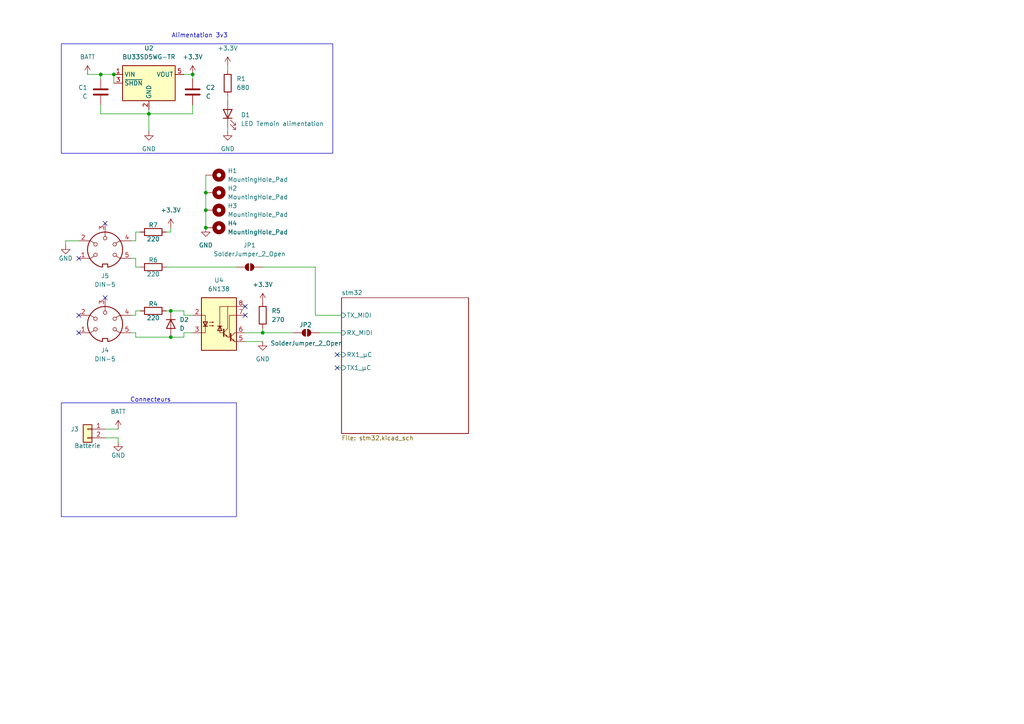
<source format=kicad_sch>
(kicad_sch
	(version 20250114)
	(generator "eeschema")
	(generator_version "9.0")
	(uuid "5e74dd86-eabf-4eac-a6ab-2534adeb335f")
	(paper "A4")
	(lib_symbols
		(symbol "Connector:DIN-5"
			(pin_names
				(offset 1.016)
			)
			(exclude_from_sim no)
			(in_bom yes)
			(on_board yes)
			(property "Reference" "J"
				(at 3.175 5.715 0)
				(effects
					(font
						(size 1.27 1.27)
					)
				)
			)
			(property "Value" "DIN-5"
				(at 0 -6.35 0)
				(effects
					(font
						(size 1.27 1.27)
					)
				)
			)
			(property "Footprint" ""
				(at 0 0 0)
				(effects
					(font
						(size 1.27 1.27)
					)
					(hide yes)
				)
			)
			(property "Datasheet" "http://www.mouser.com/ds/2/18/40_c091_abd_e-75918.pdf"
				(at 0 0 0)
				(effects
					(font
						(size 1.27 1.27)
					)
					(hide yes)
				)
			)
			(property "Description" "5-pin DIN connector"
				(at 0 0 0)
				(effects
					(font
						(size 1.27 1.27)
					)
					(hide yes)
				)
			)
			(property "ki_keywords" "circular DIN connector"
				(at 0 0 0)
				(effects
					(font
						(size 1.27 1.27)
					)
					(hide yes)
				)
			)
			(property "ki_fp_filters" "DIN*"
				(at 0 0 0)
				(effects
					(font
						(size 1.27 1.27)
					)
					(hide yes)
				)
			)
			(symbol "DIN-5_0_1"
				(polyline
					(pts
						(xy -5.08 2.54) (xy -4.318 2.54) (xy -3.175 1.905)
					)
					(stroke
						(width 0)
						(type default)
					)
					(fill
						(type none)
					)
				)
				(polyline
					(pts
						(xy -5.08 -2.54) (xy -4.318 -2.54) (xy -3.175 -1.905)
					)
					(stroke
						(width 0)
						(type default)
					)
					(fill
						(type none)
					)
				)
				(circle
					(center -2.794 1.524)
					(radius 0.508)
					(stroke
						(width 0)
						(type default)
					)
					(fill
						(type none)
					)
				)
				(circle
					(center -2.794 -1.524)
					(radius 0.508)
					(stroke
						(width 0)
						(type default)
					)
					(fill
						(type none)
					)
				)
				(polyline
					(pts
						(xy -0.762 -4.953) (xy -0.762 -4.191) (xy 0.762 -4.191) (xy 0.762 -4.953)
					)
					(stroke
						(width 0.254)
						(type default)
					)
					(fill
						(type none)
					)
				)
				(arc
					(start 5.08 0)
					(mid 3.8673 -3.3444)
					(end 0.762 -5.08)
					(stroke
						(width 0.254)
						(type default)
					)
					(fill
						(type none)
					)
				)
				(polyline
					(pts
						(xy 0 5.08) (xy 0 3.81)
					)
					(stroke
						(width 0)
						(type default)
					)
					(fill
						(type none)
					)
				)
				(circle
					(center 0 3.302)
					(radius 0.508)
					(stroke
						(width 0)
						(type default)
					)
					(fill
						(type none)
					)
				)
				(arc
					(start -5.08 0)
					(mid 0 5.0579)
					(end 5.08 0)
					(stroke
						(width 0.254)
						(type default)
					)
					(fill
						(type none)
					)
				)
				(arc
					(start -0.762 -5.08)
					(mid -3.8597 -3.3379)
					(end -5.08 0)
					(stroke
						(width 0.254)
						(type default)
					)
					(fill
						(type none)
					)
				)
				(circle
					(center 2.794 1.524)
					(radius 0.508)
					(stroke
						(width 0)
						(type default)
					)
					(fill
						(type none)
					)
				)
				(circle
					(center 2.794 -1.524)
					(radius 0.508)
					(stroke
						(width 0)
						(type default)
					)
					(fill
						(type none)
					)
				)
				(polyline
					(pts
						(xy 5.08 2.54) (xy 4.318 2.54) (xy 3.175 1.905)
					)
					(stroke
						(width 0)
						(type default)
					)
					(fill
						(type none)
					)
				)
				(polyline
					(pts
						(xy 5.08 -2.54) (xy 4.318 -2.54) (xy 3.175 -1.905)
					)
					(stroke
						(width 0)
						(type default)
					)
					(fill
						(type none)
					)
				)
			)
			(symbol "DIN-5_1_1"
				(pin passive line
					(at -7.62 2.54 0)
					(length 2.54)
					(name "~"
						(effects
							(font
								(size 1.27 1.27)
							)
						)
					)
					(number "2"
						(effects
							(font
								(size 1.27 1.27)
							)
						)
					)
				)
				(pin passive line
					(at -7.62 -2.54 0)
					(length 2.54)
					(name "~"
						(effects
							(font
								(size 1.27 1.27)
							)
						)
					)
					(number "1"
						(effects
							(font
								(size 1.27 1.27)
							)
						)
					)
				)
				(pin passive line
					(at 0 7.62 270)
					(length 2.54)
					(name "~"
						(effects
							(font
								(size 1.27 1.27)
							)
						)
					)
					(number "3"
						(effects
							(font
								(size 1.27 1.27)
							)
						)
					)
				)
				(pin passive line
					(at 7.62 2.54 180)
					(length 2.54)
					(name "~"
						(effects
							(font
								(size 1.27 1.27)
							)
						)
					)
					(number "4"
						(effects
							(font
								(size 1.27 1.27)
							)
						)
					)
				)
				(pin passive line
					(at 7.62 -2.54 180)
					(length 2.54)
					(name "~"
						(effects
							(font
								(size 1.27 1.27)
							)
						)
					)
					(number "5"
						(effects
							(font
								(size 1.27 1.27)
							)
						)
					)
				)
			)
			(embedded_fonts no)
		)
		(symbol "Connector_Generic:Conn_01x02"
			(pin_names
				(offset 1.016)
				(hide yes)
			)
			(exclude_from_sim no)
			(in_bom yes)
			(on_board yes)
			(property "Reference" "J"
				(at 0 2.54 0)
				(effects
					(font
						(size 1.27 1.27)
					)
				)
			)
			(property "Value" "Conn_01x02"
				(at 0 -5.08 0)
				(effects
					(font
						(size 1.27 1.27)
					)
				)
			)
			(property "Footprint" ""
				(at 0 0 0)
				(effects
					(font
						(size 1.27 1.27)
					)
					(hide yes)
				)
			)
			(property "Datasheet" "~"
				(at 0 0 0)
				(effects
					(font
						(size 1.27 1.27)
					)
					(hide yes)
				)
			)
			(property "Description" "Generic connector, single row, 01x02, script generated (kicad-library-utils/schlib/autogen/connector/)"
				(at 0 0 0)
				(effects
					(font
						(size 1.27 1.27)
					)
					(hide yes)
				)
			)
			(property "ki_keywords" "connector"
				(at 0 0 0)
				(effects
					(font
						(size 1.27 1.27)
					)
					(hide yes)
				)
			)
			(property "ki_fp_filters" "Connector*:*_1x??_*"
				(at 0 0 0)
				(effects
					(font
						(size 1.27 1.27)
					)
					(hide yes)
				)
			)
			(symbol "Conn_01x02_1_1"
				(rectangle
					(start -1.27 1.27)
					(end 1.27 -3.81)
					(stroke
						(width 0.254)
						(type default)
					)
					(fill
						(type background)
					)
				)
				(rectangle
					(start -1.27 0.127)
					(end 0 -0.127)
					(stroke
						(width 0.1524)
						(type default)
					)
					(fill
						(type none)
					)
				)
				(rectangle
					(start -1.27 -2.413)
					(end 0 -2.667)
					(stroke
						(width 0.1524)
						(type default)
					)
					(fill
						(type none)
					)
				)
				(pin passive line
					(at -5.08 0 0)
					(length 3.81)
					(name "Pin_1"
						(effects
							(font
								(size 1.27 1.27)
							)
						)
					)
					(number "1"
						(effects
							(font
								(size 1.27 1.27)
							)
						)
					)
				)
				(pin passive line
					(at -5.08 -2.54 0)
					(length 3.81)
					(name "Pin_2"
						(effects
							(font
								(size 1.27 1.27)
							)
						)
					)
					(number "2"
						(effects
							(font
								(size 1.27 1.27)
							)
						)
					)
				)
			)
			(embedded_fonts no)
		)
		(symbol "Device:C"
			(pin_numbers
				(hide yes)
			)
			(pin_names
				(offset 0.254)
			)
			(exclude_from_sim no)
			(in_bom yes)
			(on_board yes)
			(property "Reference" "C"
				(at 0.635 2.54 0)
				(effects
					(font
						(size 1.27 1.27)
					)
					(justify left)
				)
			)
			(property "Value" "C"
				(at 0.635 -2.54 0)
				(effects
					(font
						(size 1.27 1.27)
					)
					(justify left)
				)
			)
			(property "Footprint" ""
				(at 0.9652 -3.81 0)
				(effects
					(font
						(size 1.27 1.27)
					)
					(hide yes)
				)
			)
			(property "Datasheet" "~"
				(at 0 0 0)
				(effects
					(font
						(size 1.27 1.27)
					)
					(hide yes)
				)
			)
			(property "Description" "Unpolarized capacitor"
				(at 0 0 0)
				(effects
					(font
						(size 1.27 1.27)
					)
					(hide yes)
				)
			)
			(property "ki_keywords" "cap capacitor"
				(at 0 0 0)
				(effects
					(font
						(size 1.27 1.27)
					)
					(hide yes)
				)
			)
			(property "ki_fp_filters" "C_*"
				(at 0 0 0)
				(effects
					(font
						(size 1.27 1.27)
					)
					(hide yes)
				)
			)
			(symbol "C_0_1"
				(polyline
					(pts
						(xy -2.032 0.762) (xy 2.032 0.762)
					)
					(stroke
						(width 0.508)
						(type default)
					)
					(fill
						(type none)
					)
				)
				(polyline
					(pts
						(xy -2.032 -0.762) (xy 2.032 -0.762)
					)
					(stroke
						(width 0.508)
						(type default)
					)
					(fill
						(type none)
					)
				)
			)
			(symbol "C_1_1"
				(pin passive line
					(at 0 3.81 270)
					(length 2.794)
					(name "~"
						(effects
							(font
								(size 1.27 1.27)
							)
						)
					)
					(number "1"
						(effects
							(font
								(size 1.27 1.27)
							)
						)
					)
				)
				(pin passive line
					(at 0 -3.81 90)
					(length 2.794)
					(name "~"
						(effects
							(font
								(size 1.27 1.27)
							)
						)
					)
					(number "2"
						(effects
							(font
								(size 1.27 1.27)
							)
						)
					)
				)
			)
			(embedded_fonts no)
		)
		(symbol "Device:D"
			(pin_numbers
				(hide yes)
			)
			(pin_names
				(offset 1.016)
				(hide yes)
			)
			(exclude_from_sim no)
			(in_bom yes)
			(on_board yes)
			(property "Reference" "D"
				(at 0 2.54 0)
				(effects
					(font
						(size 1.27 1.27)
					)
				)
			)
			(property "Value" "D"
				(at 0 -2.54 0)
				(effects
					(font
						(size 1.27 1.27)
					)
				)
			)
			(property "Footprint" ""
				(at 0 0 0)
				(effects
					(font
						(size 1.27 1.27)
					)
					(hide yes)
				)
			)
			(property "Datasheet" "~"
				(at 0 0 0)
				(effects
					(font
						(size 1.27 1.27)
					)
					(hide yes)
				)
			)
			(property "Description" "Diode"
				(at 0 0 0)
				(effects
					(font
						(size 1.27 1.27)
					)
					(hide yes)
				)
			)
			(property "Sim.Device" "D"
				(at 0 0 0)
				(effects
					(font
						(size 1.27 1.27)
					)
					(hide yes)
				)
			)
			(property "Sim.Pins" "1=K 2=A"
				(at 0 0 0)
				(effects
					(font
						(size 1.27 1.27)
					)
					(hide yes)
				)
			)
			(property "ki_keywords" "diode"
				(at 0 0 0)
				(effects
					(font
						(size 1.27 1.27)
					)
					(hide yes)
				)
			)
			(property "ki_fp_filters" "TO-???* *_Diode_* *SingleDiode* D_*"
				(at 0 0 0)
				(effects
					(font
						(size 1.27 1.27)
					)
					(hide yes)
				)
			)
			(symbol "D_0_1"
				(polyline
					(pts
						(xy -1.27 1.27) (xy -1.27 -1.27)
					)
					(stroke
						(width 0.254)
						(type default)
					)
					(fill
						(type none)
					)
				)
				(polyline
					(pts
						(xy 1.27 1.27) (xy 1.27 -1.27) (xy -1.27 0) (xy 1.27 1.27)
					)
					(stroke
						(width 0.254)
						(type default)
					)
					(fill
						(type none)
					)
				)
				(polyline
					(pts
						(xy 1.27 0) (xy -1.27 0)
					)
					(stroke
						(width 0)
						(type default)
					)
					(fill
						(type none)
					)
				)
			)
			(symbol "D_1_1"
				(pin passive line
					(at -3.81 0 0)
					(length 2.54)
					(name "K"
						(effects
							(font
								(size 1.27 1.27)
							)
						)
					)
					(number "1"
						(effects
							(font
								(size 1.27 1.27)
							)
						)
					)
				)
				(pin passive line
					(at 3.81 0 180)
					(length 2.54)
					(name "A"
						(effects
							(font
								(size 1.27 1.27)
							)
						)
					)
					(number "2"
						(effects
							(font
								(size 1.27 1.27)
							)
						)
					)
				)
			)
			(embedded_fonts no)
		)
		(symbol "Device:LED"
			(pin_numbers
				(hide yes)
			)
			(pin_names
				(offset 1.016)
				(hide yes)
			)
			(exclude_from_sim no)
			(in_bom yes)
			(on_board yes)
			(property "Reference" "D"
				(at 0 2.54 0)
				(effects
					(font
						(size 1.27 1.27)
					)
				)
			)
			(property "Value" "LED"
				(at 0 -2.54 0)
				(effects
					(font
						(size 1.27 1.27)
					)
				)
			)
			(property "Footprint" ""
				(at 0 0 0)
				(effects
					(font
						(size 1.27 1.27)
					)
					(hide yes)
				)
			)
			(property "Datasheet" "~"
				(at 0 0 0)
				(effects
					(font
						(size 1.27 1.27)
					)
					(hide yes)
				)
			)
			(property "Description" "Light emitting diode"
				(at 0 0 0)
				(effects
					(font
						(size 1.27 1.27)
					)
					(hide yes)
				)
			)
			(property "Sim.Pins" "1=K 2=A"
				(at 0 0 0)
				(effects
					(font
						(size 1.27 1.27)
					)
					(hide yes)
				)
			)
			(property "ki_keywords" "LED diode"
				(at 0 0 0)
				(effects
					(font
						(size 1.27 1.27)
					)
					(hide yes)
				)
			)
			(property "ki_fp_filters" "LED* LED_SMD:* LED_THT:*"
				(at 0 0 0)
				(effects
					(font
						(size 1.27 1.27)
					)
					(hide yes)
				)
			)
			(symbol "LED_0_1"
				(polyline
					(pts
						(xy -3.048 -0.762) (xy -4.572 -2.286) (xy -3.81 -2.286) (xy -4.572 -2.286) (xy -4.572 -1.524)
					)
					(stroke
						(width 0)
						(type default)
					)
					(fill
						(type none)
					)
				)
				(polyline
					(pts
						(xy -1.778 -0.762) (xy -3.302 -2.286) (xy -2.54 -2.286) (xy -3.302 -2.286) (xy -3.302 -1.524)
					)
					(stroke
						(width 0)
						(type default)
					)
					(fill
						(type none)
					)
				)
				(polyline
					(pts
						(xy -1.27 0) (xy 1.27 0)
					)
					(stroke
						(width 0)
						(type default)
					)
					(fill
						(type none)
					)
				)
				(polyline
					(pts
						(xy -1.27 -1.27) (xy -1.27 1.27)
					)
					(stroke
						(width 0.254)
						(type default)
					)
					(fill
						(type none)
					)
				)
				(polyline
					(pts
						(xy 1.27 -1.27) (xy 1.27 1.27) (xy -1.27 0) (xy 1.27 -1.27)
					)
					(stroke
						(width 0.254)
						(type default)
					)
					(fill
						(type none)
					)
				)
			)
			(symbol "LED_1_1"
				(pin passive line
					(at -3.81 0 0)
					(length 2.54)
					(name "K"
						(effects
							(font
								(size 1.27 1.27)
							)
						)
					)
					(number "1"
						(effects
							(font
								(size 1.27 1.27)
							)
						)
					)
				)
				(pin passive line
					(at 3.81 0 180)
					(length 2.54)
					(name "A"
						(effects
							(font
								(size 1.27 1.27)
							)
						)
					)
					(number "2"
						(effects
							(font
								(size 1.27 1.27)
							)
						)
					)
				)
			)
			(embedded_fonts no)
		)
		(symbol "Device:R"
			(pin_numbers
				(hide yes)
			)
			(pin_names
				(offset 0)
			)
			(exclude_from_sim no)
			(in_bom yes)
			(on_board yes)
			(property "Reference" "R"
				(at 2.032 0 90)
				(effects
					(font
						(size 1.27 1.27)
					)
				)
			)
			(property "Value" "R"
				(at 0 0 90)
				(effects
					(font
						(size 1.27 1.27)
					)
				)
			)
			(property "Footprint" ""
				(at -1.778 0 90)
				(effects
					(font
						(size 1.27 1.27)
					)
					(hide yes)
				)
			)
			(property "Datasheet" "~"
				(at 0 0 0)
				(effects
					(font
						(size 1.27 1.27)
					)
					(hide yes)
				)
			)
			(property "Description" "Resistor"
				(at 0 0 0)
				(effects
					(font
						(size 1.27 1.27)
					)
					(hide yes)
				)
			)
			(property "ki_keywords" "R res resistor"
				(at 0 0 0)
				(effects
					(font
						(size 1.27 1.27)
					)
					(hide yes)
				)
			)
			(property "ki_fp_filters" "R_*"
				(at 0 0 0)
				(effects
					(font
						(size 1.27 1.27)
					)
					(hide yes)
				)
			)
			(symbol "R_0_1"
				(rectangle
					(start -1.016 -2.54)
					(end 1.016 2.54)
					(stroke
						(width 0.254)
						(type default)
					)
					(fill
						(type none)
					)
				)
			)
			(symbol "R_1_1"
				(pin passive line
					(at 0 3.81 270)
					(length 1.27)
					(name "~"
						(effects
							(font
								(size 1.27 1.27)
							)
						)
					)
					(number "1"
						(effects
							(font
								(size 1.27 1.27)
							)
						)
					)
				)
				(pin passive line
					(at 0 -3.81 90)
					(length 1.27)
					(name "~"
						(effects
							(font
								(size 1.27 1.27)
							)
						)
					)
					(number "2"
						(effects
							(font
								(size 1.27 1.27)
							)
						)
					)
				)
			)
			(embedded_fonts no)
		)
		(symbol "Isolator:6N138"
			(pin_names
				(offset 1.016)
				(hide yes)
			)
			(exclude_from_sim no)
			(in_bom yes)
			(on_board yes)
			(property "Reference" "U"
				(at -4.064 8.89 0)
				(effects
					(font
						(size 1.27 1.27)
					)
				)
			)
			(property "Value" "6N138"
				(at 2.286 8.89 0)
				(effects
					(font
						(size 1.27 1.27)
					)
				)
			)
			(property "Footprint" ""
				(at 7.366 -7.62 0)
				(effects
					(font
						(size 1.27 1.27)
					)
					(hide yes)
				)
			)
			(property "Datasheet" "http://www.onsemi.com/pub/Collateral/HCPL2731-D.pdf"
				(at 7.366 -7.62 0)
				(effects
					(font
						(size 1.27 1.27)
					)
					(hide yes)
				)
			)
			(property "Description" "Low Input Current high Gain Split Darlington Optocouplers, -0.5V to 7V VDD, DIP-8"
				(at 0 0 0)
				(effects
					(font
						(size 1.27 1.27)
					)
					(hide yes)
				)
			)
			(property "ki_keywords" "darlington optocoupler"
				(at 0 0 0)
				(effects
					(font
						(size 1.27 1.27)
					)
					(hide yes)
				)
			)
			(property "ki_fp_filters" "DIP*W7.62mm* SMDIP*W9.53mm*"
				(at 0 0 0)
				(effects
					(font
						(size 1.27 1.27)
					)
					(hide yes)
				)
			)
			(symbol "6N138_0_1"
				(rectangle
					(start -5.08 7.62)
					(end 5.08 -7.62)
					(stroke
						(width 0.254)
						(type default)
					)
					(fill
						(type background)
					)
				)
				(polyline
					(pts
						(xy -5.08 -2.54) (xy -3.937 -2.54) (xy -3.937 2.54) (xy -5.08 2.54)
					)
					(stroke
						(width 0)
						(type default)
					)
					(fill
						(type none)
					)
				)
				(polyline
					(pts
						(xy -4.572 -0.635) (xy -3.302 -0.635)
					)
					(stroke
						(width 0.254)
						(type default)
					)
					(fill
						(type none)
					)
				)
				(polyline
					(pts
						(xy -3.937 -0.635) (xy -4.572 0.635) (xy -3.302 0.635) (xy -3.937 -0.635)
					)
					(stroke
						(width 0.254)
						(type default)
					)
					(fill
						(type none)
					)
				)
				(polyline
					(pts
						(xy -2.794 0.508) (xy -1.524 0.508) (xy -1.905 0.381) (xy -1.905 0.635) (xy -1.524 0.508)
					)
					(stroke
						(width 0)
						(type default)
					)
					(fill
						(type none)
					)
				)
				(polyline
					(pts
						(xy -2.794 -0.508) (xy -1.524 -0.508) (xy -1.905 -0.635) (xy -1.905 -0.381) (xy -1.524 -0.508)
					)
					(stroke
						(width 0)
						(type default)
					)
					(fill
						(type none)
					)
				)
				(polyline
					(pts
						(xy 0.254 -0.635) (xy 0.889 -1.905) (xy -0.381 -1.905) (xy 0.254 -0.635)
					)
					(stroke
						(width 0.254)
						(type default)
					)
					(fill
						(type none)
					)
				)
				(polyline
					(pts
						(xy 0.889 -0.635) (xy -0.381 -0.635)
					)
					(stroke
						(width 0.254)
						(type default)
					)
					(fill
						(type none)
					)
				)
				(polyline
					(pts
						(xy 1.27 -2.54) (xy 0.254 -2.54) (xy 0.254 5.08) (xy 2.54 5.08)
					)
					(stroke
						(width 0)
						(type default)
					)
					(fill
						(type none)
					)
				)
				(polyline
					(pts
						(xy 1.397 -1.524) (xy 1.397 -3.556) (xy 1.397 -3.556)
					)
					(stroke
						(width 0.3556)
						(type default)
					)
					(fill
						(type none)
					)
				)
				(polyline
					(pts
						(xy 1.397 -2.413) (xy 2.54 -1.27)
					)
					(stroke
						(width 0)
						(type default)
					)
					(fill
						(type none)
					)
				)
				(polyline
					(pts
						(xy 1.397 -2.667) (xy 2.54 -3.81)
					)
					(stroke
						(width 0)
						(type default)
					)
					(fill
						(type none)
					)
				)
				(polyline
					(pts
						(xy 2.413 -3.683) (xy 2.159 -3.175) (xy 1.905 -3.429) (xy 2.413 -3.683)
					)
					(stroke
						(width 0)
						(type default)
					)
					(fill
						(type none)
					)
				)
				(polyline
					(pts
						(xy 2.54 -1.27) (xy 2.54 5.08) (xy 5.08 5.08)
					)
					(stroke
						(width 0)
						(type default)
					)
					(fill
						(type none)
					)
				)
				(polyline
					(pts
						(xy 2.54 -3.81) (xy 3.175 -3.81)
					)
					(stroke
						(width 0)
						(type default)
					)
					(fill
						(type none)
					)
				)
				(polyline
					(pts
						(xy 3.429 -2.794) (xy 3.429 -4.826) (xy 3.429 -4.826)
					)
					(stroke
						(width 0.3556)
						(type default)
					)
					(fill
						(type none)
					)
				)
				(polyline
					(pts
						(xy 3.429 -3.683) (xy 4.572 -2.54)
					)
					(stroke
						(width 0)
						(type default)
					)
					(fill
						(type none)
					)
				)
				(polyline
					(pts
						(xy 3.429 -3.937) (xy 4.572 -5.08)
					)
					(stroke
						(width 0)
						(type default)
					)
					(fill
						(type none)
					)
				)
				(polyline
					(pts
						(xy 4.445 -4.953) (xy 4.191 -4.445) (xy 3.937 -4.699) (xy 4.445 -4.953)
					)
					(stroke
						(width 0)
						(type default)
					)
					(fill
						(type none)
					)
				)
				(polyline
					(pts
						(xy 4.572 -2.54) (xy 5.08 -2.54)
					)
					(stroke
						(width 0)
						(type default)
					)
					(fill
						(type none)
					)
				)
				(polyline
					(pts
						(xy 4.572 -5.08) (xy 5.08 -5.08)
					)
					(stroke
						(width 0)
						(type default)
					)
					(fill
						(type none)
					)
				)
				(polyline
					(pts
						(xy 5.08 2.54) (xy 3.048 2.54) (xy 3.048 -3.81)
					)
					(stroke
						(width 0)
						(type default)
					)
					(fill
						(type none)
					)
				)
			)
			(symbol "6N138_1_1"
				(pin passive line
					(at -7.62 2.54 0)
					(length 2.54)
					(name "C1"
						(effects
							(font
								(size 1.27 1.27)
							)
						)
					)
					(number "2"
						(effects
							(font
								(size 1.27 1.27)
							)
						)
					)
				)
				(pin passive line
					(at -7.62 -2.54 0)
					(length 2.54)
					(name "C2"
						(effects
							(font
								(size 1.27 1.27)
							)
						)
					)
					(number "3"
						(effects
							(font
								(size 1.27 1.27)
							)
						)
					)
				)
				(pin no_connect line
					(at -5.08 5.08 0)
					(length 2.54)
					(hide yes)
					(name "NC"
						(effects
							(font
								(size 1.27 1.27)
							)
						)
					)
					(number "1"
						(effects
							(font
								(size 1.27 1.27)
							)
						)
					)
				)
				(pin no_connect line
					(at -5.08 -5.08 0)
					(length 2.54)
					(hide yes)
					(name "NC"
						(effects
							(font
								(size 1.27 1.27)
							)
						)
					)
					(number "4"
						(effects
							(font
								(size 1.27 1.27)
							)
						)
					)
				)
				(pin passive line
					(at 7.62 5.08 180)
					(length 2.54)
					(name "VCC"
						(effects
							(font
								(size 1.27 1.27)
							)
						)
					)
					(number "8"
						(effects
							(font
								(size 1.27 1.27)
							)
						)
					)
				)
				(pin passive line
					(at 7.62 2.54 180)
					(length 2.54)
					(name "VO1"
						(effects
							(font
								(size 1.27 1.27)
							)
						)
					)
					(number "7"
						(effects
							(font
								(size 1.27 1.27)
							)
						)
					)
				)
				(pin passive line
					(at 7.62 -2.54 180)
					(length 2.54)
					(name "VO2"
						(effects
							(font
								(size 1.27 1.27)
							)
						)
					)
					(number "6"
						(effects
							(font
								(size 1.27 1.27)
							)
						)
					)
				)
				(pin passive line
					(at 7.62 -5.08 180)
					(length 2.54)
					(name "GND"
						(effects
							(font
								(size 1.27 1.27)
							)
						)
					)
					(number "5"
						(effects
							(font
								(size 1.27 1.27)
							)
						)
					)
				)
			)
			(embedded_fonts no)
		)
		(symbol "Jumper:SolderJumper_2_Open"
			(pin_numbers
				(hide yes)
			)
			(pin_names
				(offset 0)
				(hide yes)
			)
			(exclude_from_sim yes)
			(in_bom no)
			(on_board yes)
			(property "Reference" "JP"
				(at 0 2.032 0)
				(effects
					(font
						(size 1.27 1.27)
					)
				)
			)
			(property "Value" "SolderJumper_2_Open"
				(at 0 -2.54 0)
				(effects
					(font
						(size 1.27 1.27)
					)
				)
			)
			(property "Footprint" ""
				(at 0 0 0)
				(effects
					(font
						(size 1.27 1.27)
					)
					(hide yes)
				)
			)
			(property "Datasheet" "~"
				(at 0 0 0)
				(effects
					(font
						(size 1.27 1.27)
					)
					(hide yes)
				)
			)
			(property "Description" "Solder Jumper, 2-pole, open"
				(at 0 0 0)
				(effects
					(font
						(size 1.27 1.27)
					)
					(hide yes)
				)
			)
			(property "ki_keywords" "solder jumper SPST"
				(at 0 0 0)
				(effects
					(font
						(size 1.27 1.27)
					)
					(hide yes)
				)
			)
			(property "ki_fp_filters" "SolderJumper*Open*"
				(at 0 0 0)
				(effects
					(font
						(size 1.27 1.27)
					)
					(hide yes)
				)
			)
			(symbol "SolderJumper_2_Open_0_1"
				(polyline
					(pts
						(xy -0.254 1.016) (xy -0.254 -1.016)
					)
					(stroke
						(width 0)
						(type default)
					)
					(fill
						(type none)
					)
				)
				(arc
					(start -0.254 -1.016)
					(mid -1.2656 0)
					(end -0.254 1.016)
					(stroke
						(width 0)
						(type default)
					)
					(fill
						(type none)
					)
				)
				(arc
					(start -0.254 -1.016)
					(mid -1.2656 0)
					(end -0.254 1.016)
					(stroke
						(width 0)
						(type default)
					)
					(fill
						(type outline)
					)
				)
				(arc
					(start 0.254 1.016)
					(mid 1.2656 0)
					(end 0.254 -1.016)
					(stroke
						(width 0)
						(type default)
					)
					(fill
						(type none)
					)
				)
				(arc
					(start 0.254 1.016)
					(mid 1.2656 0)
					(end 0.254 -1.016)
					(stroke
						(width 0)
						(type default)
					)
					(fill
						(type outline)
					)
				)
				(polyline
					(pts
						(xy 0.254 1.016) (xy 0.254 -1.016)
					)
					(stroke
						(width 0)
						(type default)
					)
					(fill
						(type none)
					)
				)
			)
			(symbol "SolderJumper_2_Open_1_1"
				(pin passive line
					(at -3.81 0 0)
					(length 2.54)
					(name "A"
						(effects
							(font
								(size 1.27 1.27)
							)
						)
					)
					(number "1"
						(effects
							(font
								(size 1.27 1.27)
							)
						)
					)
				)
				(pin passive line
					(at 3.81 0 180)
					(length 2.54)
					(name "B"
						(effects
							(font
								(size 1.27 1.27)
							)
						)
					)
					(number "2"
						(effects
							(font
								(size 1.27 1.27)
							)
						)
					)
				)
			)
			(embedded_fonts no)
		)
		(symbol "Mechanical:MountingHole_Pad"
			(pin_numbers
				(hide yes)
			)
			(pin_names
				(offset 1.016)
				(hide yes)
			)
			(exclude_from_sim yes)
			(in_bom no)
			(on_board yes)
			(property "Reference" "H"
				(at 0 6.35 0)
				(effects
					(font
						(size 1.27 1.27)
					)
				)
			)
			(property "Value" "MountingHole_Pad"
				(at 0 4.445 0)
				(effects
					(font
						(size 1.27 1.27)
					)
				)
			)
			(property "Footprint" ""
				(at 0 0 0)
				(effects
					(font
						(size 1.27 1.27)
					)
					(hide yes)
				)
			)
			(property "Datasheet" "~"
				(at 0 0 0)
				(effects
					(font
						(size 1.27 1.27)
					)
					(hide yes)
				)
			)
			(property "Description" "Mounting Hole with connection"
				(at 0 0 0)
				(effects
					(font
						(size 1.27 1.27)
					)
					(hide yes)
				)
			)
			(property "ki_keywords" "mounting hole"
				(at 0 0 0)
				(effects
					(font
						(size 1.27 1.27)
					)
					(hide yes)
				)
			)
			(property "ki_fp_filters" "MountingHole*Pad*"
				(at 0 0 0)
				(effects
					(font
						(size 1.27 1.27)
					)
					(hide yes)
				)
			)
			(symbol "MountingHole_Pad_0_1"
				(circle
					(center 0 1.27)
					(radius 1.27)
					(stroke
						(width 1.27)
						(type default)
					)
					(fill
						(type none)
					)
				)
			)
			(symbol "MountingHole_Pad_1_1"
				(pin input line
					(at 0 -2.54 90)
					(length 2.54)
					(name "1"
						(effects
							(font
								(size 1.27 1.27)
							)
						)
					)
					(number "1"
						(effects
							(font
								(size 1.27 1.27)
							)
						)
					)
				)
			)
			(embedded_fonts no)
		)
		(symbol "Regulator_Linear:MCP1802x-xx02xOT"
			(exclude_from_sim no)
			(in_bom yes)
			(on_board yes)
			(property "Reference" "U"
				(at -6.35 6.35 0)
				(effects
					(font
						(size 1.27 1.27)
					)
					(justify left)
				)
			)
			(property "Value" "MCP1802x-xx02xOT"
				(at 0 6.35 0)
				(effects
					(font
						(size 1.27 1.27)
					)
					(justify left)
				)
			)
			(property "Footprint" "Package_TO_SOT_SMD:SOT-23-5"
				(at -6.35 8.89 0)
				(effects
					(font
						(size 1.27 1.27)
						(italic yes)
					)
					(justify left)
					(hide yes)
				)
			)
			(property "Datasheet" "http://ww1.microchip.com/downloads/en/DeviceDoc/22053C.pdf"
				(at 0 -2.54 0)
				(effects
					(font
						(size 1.27 1.27)
					)
					(hide yes)
				)
			)
			(property "Description" "150mA, Tiny CMOS LDO With Shutdown, Fixed Voltage, SOT-23-5"
				(at 0 0 0)
				(effects
					(font
						(size 1.27 1.27)
					)
					(hide yes)
				)
			)
			(property "ki_keywords" "LDO Linear Voltage Regulator"
				(at 0 0 0)
				(effects
					(font
						(size 1.27 1.27)
					)
					(hide yes)
				)
			)
			(property "ki_fp_filters" "SOT?23*"
				(at 0 0 0)
				(effects
					(font
						(size 1.27 1.27)
					)
					(hide yes)
				)
			)
			(symbol "MCP1802x-xx02xOT_0_1"
				(rectangle
					(start -7.62 5.08)
					(end 7.62 -5.08)
					(stroke
						(width 0.254)
						(type default)
					)
					(fill
						(type background)
					)
				)
			)
			(symbol "MCP1802x-xx02xOT_1_1"
				(pin power_in line
					(at -10.16 2.54 0)
					(length 2.54)
					(name "VIN"
						(effects
							(font
								(size 1.27 1.27)
							)
						)
					)
					(number "1"
						(effects
							(font
								(size 1.27 1.27)
							)
						)
					)
				)
				(pin input line
					(at -10.16 0 0)
					(length 2.54)
					(name "~{SHDN}"
						(effects
							(font
								(size 1.27 1.27)
							)
						)
					)
					(number "3"
						(effects
							(font
								(size 1.27 1.27)
							)
						)
					)
				)
				(pin power_in line
					(at 0 -7.62 90)
					(length 2.54)
					(name "GND"
						(effects
							(font
								(size 1.27 1.27)
							)
						)
					)
					(number "2"
						(effects
							(font
								(size 1.27 1.27)
							)
						)
					)
				)
				(pin no_connect line
					(at 7.62 0 180)
					(length 2.54)
					(hide yes)
					(name "NC"
						(effects
							(font
								(size 1.27 1.27)
							)
						)
					)
					(number "4"
						(effects
							(font
								(size 1.27 1.27)
							)
						)
					)
				)
				(pin power_out line
					(at 10.16 2.54 180)
					(length 2.54)
					(name "VOUT"
						(effects
							(font
								(size 1.27 1.27)
							)
						)
					)
					(number "5"
						(effects
							(font
								(size 1.27 1.27)
							)
						)
					)
				)
			)
			(embedded_fonts no)
		)
		(symbol "power:+3.3V"
			(power)
			(pin_numbers
				(hide yes)
			)
			(pin_names
				(offset 0)
				(hide yes)
			)
			(exclude_from_sim no)
			(in_bom yes)
			(on_board yes)
			(property "Reference" "#PWR"
				(at 0 -3.81 0)
				(effects
					(font
						(size 1.27 1.27)
					)
					(hide yes)
				)
			)
			(property "Value" "+3.3V"
				(at 0 3.556 0)
				(effects
					(font
						(size 1.27 1.27)
					)
				)
			)
			(property "Footprint" ""
				(at 0 0 0)
				(effects
					(font
						(size 1.27 1.27)
					)
					(hide yes)
				)
			)
			(property "Datasheet" ""
				(at 0 0 0)
				(effects
					(font
						(size 1.27 1.27)
					)
					(hide yes)
				)
			)
			(property "Description" "Power symbol creates a global label with name \"+3.3V\""
				(at 0 0 0)
				(effects
					(font
						(size 1.27 1.27)
					)
					(hide yes)
				)
			)
			(property "ki_keywords" "global power"
				(at 0 0 0)
				(effects
					(font
						(size 1.27 1.27)
					)
					(hide yes)
				)
			)
			(symbol "+3.3V_0_1"
				(polyline
					(pts
						(xy -0.762 1.27) (xy 0 2.54)
					)
					(stroke
						(width 0)
						(type default)
					)
					(fill
						(type none)
					)
				)
				(polyline
					(pts
						(xy 0 2.54) (xy 0.762 1.27)
					)
					(stroke
						(width 0)
						(type default)
					)
					(fill
						(type none)
					)
				)
				(polyline
					(pts
						(xy 0 0) (xy 0 2.54)
					)
					(stroke
						(width 0)
						(type default)
					)
					(fill
						(type none)
					)
				)
			)
			(symbol "+3.3V_1_1"
				(pin power_in line
					(at 0 0 90)
					(length 0)
					(name "~"
						(effects
							(font
								(size 1.27 1.27)
							)
						)
					)
					(number "1"
						(effects
							(font
								(size 1.27 1.27)
							)
						)
					)
				)
			)
			(embedded_fonts no)
		)
		(symbol "power:GND"
			(power)
			(pin_numbers
				(hide yes)
			)
			(pin_names
				(offset 0)
				(hide yes)
			)
			(exclude_from_sim no)
			(in_bom yes)
			(on_board yes)
			(property "Reference" "#PWR"
				(at 0 -6.35 0)
				(effects
					(font
						(size 1.27 1.27)
					)
					(hide yes)
				)
			)
			(property "Value" "GND"
				(at 0 -3.81 0)
				(effects
					(font
						(size 1.27 1.27)
					)
				)
			)
			(property "Footprint" ""
				(at 0 0 0)
				(effects
					(font
						(size 1.27 1.27)
					)
					(hide yes)
				)
			)
			(property "Datasheet" ""
				(at 0 0 0)
				(effects
					(font
						(size 1.27 1.27)
					)
					(hide yes)
				)
			)
			(property "Description" "Power symbol creates a global label with name \"GND\" , ground"
				(at 0 0 0)
				(effects
					(font
						(size 1.27 1.27)
					)
					(hide yes)
				)
			)
			(property "ki_keywords" "global power"
				(at 0 0 0)
				(effects
					(font
						(size 1.27 1.27)
					)
					(hide yes)
				)
			)
			(symbol "GND_0_1"
				(polyline
					(pts
						(xy 0 0) (xy 0 -1.27) (xy 1.27 -1.27) (xy 0 -2.54) (xy -1.27 -1.27) (xy 0 -1.27)
					)
					(stroke
						(width 0)
						(type default)
					)
					(fill
						(type none)
					)
				)
			)
			(symbol "GND_1_1"
				(pin power_in line
					(at 0 0 270)
					(length 0)
					(name "~"
						(effects
							(font
								(size 1.27 1.27)
							)
						)
					)
					(number "1"
						(effects
							(font
								(size 1.27 1.27)
							)
						)
					)
				)
			)
			(embedded_fonts no)
		)
	)
	(rectangle
		(start 17.78 116.84)
		(end 68.58 149.86)
		(stroke
			(width 0)
			(type default)
		)
		(fill
			(type none)
		)
		(uuid 856dd2b2-4e47-4fb6-97f4-e8aa08a34250)
	)
	(rectangle
		(start 17.78 12.7)
		(end 96.52 44.45)
		(stroke
			(width 0)
			(type default)
		)
		(fill
			(type none)
		)
		(uuid ba5ecf36-bb4f-4953-963c-97c1ac895ad3)
	)
	(text "Connecteurs\n"
		(exclude_from_sim no)
		(at 43.688 116.078 0)
		(effects
			(font
				(size 1.27 1.27)
			)
		)
		(uuid "d5a9bfb7-8c07-426e-b18c-cc8b3fa264b9")
	)
	(text "Alimentation 3v3\n\n"
		(exclude_from_sim no)
		(at 57.912 11.43 0)
		(effects
			(font
				(size 1.27 1.27)
			)
		)
		(uuid "f4a2e697-86fa-4e83-aa94-35c4be6a6caf")
	)
	(junction
		(at 33.02 21.59)
		(diameter 0)
		(color 0 0 0 0)
		(uuid "00a0c4c4-a78a-4128-ab09-4097951bf9bd")
	)
	(junction
		(at 43.18 33.02)
		(diameter 0)
		(color 0 0 0 0)
		(uuid "26b2778f-e7b0-4ea3-938f-3427721d134a")
	)
	(junction
		(at 29.21 21.59)
		(diameter 0)
		(color 0 0 0 0)
		(uuid "2d0cf3bb-414b-4212-a31e-b703d57cdbed")
	)
	(junction
		(at 59.69 55.88)
		(diameter 0)
		(color 0 0 0 0)
		(uuid "58d35172-dd0b-4662-a97a-9d088b9c05ff")
	)
	(junction
		(at 76.2 96.52)
		(diameter 0)
		(color 0 0 0 0)
		(uuid "6936dd79-82aa-4bc8-839f-171cb16e4110")
	)
	(junction
		(at 59.69 60.96)
		(diameter 0)
		(color 0 0 0 0)
		(uuid "6dac3ce0-fdb1-46ef-85fc-bd7968bdcab1")
	)
	(junction
		(at 49.53 97.79)
		(diameter 0)
		(color 0 0 0 0)
		(uuid "917f1604-fdb9-42df-90e0-0df3175bd313")
	)
	(junction
		(at 59.69 66.04)
		(diameter 0)
		(color 0 0 0 0)
		(uuid "9bd9f7a0-8798-46f7-9540-f14e2ec5b6b3")
	)
	(junction
		(at 55.88 21.59)
		(diameter 0)
		(color 0 0 0 0)
		(uuid "c08ce143-986b-4856-9156-8fb670d2998b")
	)
	(junction
		(at 49.53 90.17)
		(diameter 0)
		(color 0 0 0 0)
		(uuid "dffda2a6-2717-4212-b1ab-37bb9fe26a8a")
	)
	(no_connect
		(at 22.86 96.52)
		(uuid "00cbed16-d363-4eba-a1ff-96588ae953d6")
	)
	(no_connect
		(at 97.79 102.87)
		(uuid "01009f76-d6f1-4dfa-afdd-5532686d7d02")
	)
	(no_connect
		(at 71.12 88.9)
		(uuid "2d7c7a4a-e59d-4b95-9257-4dfb234015eb")
	)
	(no_connect
		(at 22.86 74.93)
		(uuid "3b4707d5-f374-4e45-98ed-b48df51e1879")
	)
	(no_connect
		(at 22.86 91.44)
		(uuid "45bb2e16-b668-463a-95cf-fc9b3fcd84d7")
	)
	(no_connect
		(at 97.79 106.68)
		(uuid "6c5b78e0-ba30-4c20-80a3-0c115fd5df33")
	)
	(no_connect
		(at 30.48 64.77)
		(uuid "8dabe24c-a729-44d4-8c75-032cc8cfbe2c")
	)
	(no_connect
		(at 71.12 91.44)
		(uuid "c0c4e685-7e23-4190-ad76-3dcd3b63f011")
	)
	(no_connect
		(at 30.48 86.36)
		(uuid "fe805ff2-6c8b-4404-95e9-f87ad2c334a1")
	)
	(wire
		(pts
			(xy 66.04 36.83) (xy 66.04 38.1)
		)
		(stroke
			(width 0)
			(type default)
		)
		(uuid "046dbe5a-7c2f-4688-a932-e08a153d6f26")
	)
	(wire
		(pts
			(xy 71.12 99.06) (xy 76.2 99.06)
		)
		(stroke
			(width 0)
			(type default)
		)
		(uuid "0584d196-45d0-47bd-81ba-ac7a8f64cfab")
	)
	(wire
		(pts
			(xy 29.21 22.86) (xy 29.21 21.59)
		)
		(stroke
			(width 0)
			(type default)
		)
		(uuid "0b8631fa-61cc-4026-9e34-3b05abb2255e")
	)
	(wire
		(pts
			(xy 91.44 91.44) (xy 99.06 91.44)
		)
		(stroke
			(width 0)
			(type default)
		)
		(uuid "1356c60f-53af-4dbc-abf2-6d635bb32f1b")
	)
	(wire
		(pts
			(xy 76.2 96.52) (xy 71.12 96.52)
		)
		(stroke
			(width 0)
			(type default)
		)
		(uuid "19ed0abe-d474-4cb5-8061-9d23ad481350")
	)
	(wire
		(pts
			(xy 49.53 66.04) (xy 49.53 67.31)
		)
		(stroke
			(width 0)
			(type default)
		)
		(uuid "1dda452e-addc-4686-8f5c-257b9ad3c8b0")
	)
	(wire
		(pts
			(xy 49.53 97.79) (xy 53.34 97.79)
		)
		(stroke
			(width 0)
			(type default)
		)
		(uuid "1dfd1fb9-060d-4d39-bcda-fae16c53e67d")
	)
	(wire
		(pts
			(xy 39.37 90.17) (xy 40.64 90.17)
		)
		(stroke
			(width 0)
			(type default)
		)
		(uuid "1edf8d11-179a-4d8b-8a49-697888c2294d")
	)
	(wire
		(pts
			(xy 53.34 97.79) (xy 53.34 96.52)
		)
		(stroke
			(width 0)
			(type default)
		)
		(uuid "1eeda252-5a46-4828-99c6-e2d1aabc2657")
	)
	(wire
		(pts
			(xy 43.18 33.02) (xy 29.21 33.02)
		)
		(stroke
			(width 0)
			(type default)
		)
		(uuid "21c27e4f-bb3d-4785-8f49-8358230df964")
	)
	(wire
		(pts
			(xy 40.64 77.47) (xy 39.37 77.47)
		)
		(stroke
			(width 0)
			(type default)
		)
		(uuid "312208a4-58e8-4903-a577-af390557a3b7")
	)
	(wire
		(pts
			(xy 39.37 74.93) (xy 38.1 74.93)
		)
		(stroke
			(width 0)
			(type default)
		)
		(uuid "37958249-0fd7-4718-8799-5bc588163330")
	)
	(wire
		(pts
			(xy 19.05 69.85) (xy 22.86 69.85)
		)
		(stroke
			(width 0)
			(type default)
		)
		(uuid "3acdc6ff-daca-4b7a-895d-bf530af31305")
	)
	(wire
		(pts
			(xy 66.04 27.94) (xy 66.04 29.21)
		)
		(stroke
			(width 0)
			(type default)
		)
		(uuid "3dd02736-dea8-4990-96fc-8b87e3e17459")
	)
	(wire
		(pts
			(xy 53.34 90.17) (xy 49.53 90.17)
		)
		(stroke
			(width 0)
			(type default)
		)
		(uuid "3f747acd-f6e8-4787-83ed-104c1152d545")
	)
	(wire
		(pts
			(xy 29.21 30.48) (xy 29.21 33.02)
		)
		(stroke
			(width 0)
			(type default)
		)
		(uuid "46ae3f66-e5f5-4678-8966-d5901ab0f27d")
	)
	(wire
		(pts
			(xy 39.37 97.79) (xy 49.53 97.79)
		)
		(stroke
			(width 0)
			(type default)
		)
		(uuid "472ed470-eb3a-49dd-a1cb-414acb4edb5c")
	)
	(wire
		(pts
			(xy 97.79 106.68) (xy 99.06 106.68)
		)
		(stroke
			(width 0)
			(type default)
		)
		(uuid "48883c80-66e7-4633-9433-53bcc5b44bdb")
	)
	(wire
		(pts
			(xy 92.71 96.52) (xy 99.06 96.52)
		)
		(stroke
			(width 0)
			(type default)
		)
		(uuid "49ed67e3-dcf5-4649-af45-eea3c0784370")
	)
	(wire
		(pts
			(xy 43.18 33.02) (xy 43.18 31.75)
		)
		(stroke
			(width 0)
			(type default)
		)
		(uuid "5065137e-c879-4998-9bab-50e04b037a85")
	)
	(wire
		(pts
			(xy 39.37 91.44) (xy 39.37 90.17)
		)
		(stroke
			(width 0)
			(type default)
		)
		(uuid "56d6d53e-5bdc-4dbf-a797-af912ab88e49")
	)
	(wire
		(pts
			(xy 43.18 33.02) (xy 55.88 33.02)
		)
		(stroke
			(width 0)
			(type default)
		)
		(uuid "570607b0-62c5-4885-a73a-0e4fbd5c30da")
	)
	(wire
		(pts
			(xy 76.2 77.47) (xy 91.44 77.47)
		)
		(stroke
			(width 0)
			(type default)
		)
		(uuid "5b569ed7-5700-4bc0-8f67-e0e9c884ed66")
	)
	(wire
		(pts
			(xy 91.44 77.47) (xy 91.44 91.44)
		)
		(stroke
			(width 0)
			(type default)
		)
		(uuid "5e8cd367-6f53-4315-b620-7a029097c3e0")
	)
	(wire
		(pts
			(xy 39.37 67.31) (xy 39.37 69.85)
		)
		(stroke
			(width 0)
			(type default)
		)
		(uuid "5fb6537e-eb00-4b8f-85d9-99ab9ad44cd0")
	)
	(wire
		(pts
			(xy 39.37 96.52) (xy 39.37 97.79)
		)
		(stroke
			(width 0)
			(type default)
		)
		(uuid "62c67a1d-cfaf-4aee-a5fb-48d9409fafc0")
	)
	(wire
		(pts
			(xy 55.88 21.59) (xy 53.34 21.59)
		)
		(stroke
			(width 0)
			(type default)
		)
		(uuid "689f8607-5e31-44ab-a9ea-44f1acfd8d6f")
	)
	(wire
		(pts
			(xy 43.18 33.02) (xy 43.18 38.1)
		)
		(stroke
			(width 0)
			(type default)
		)
		(uuid "690ed81a-0bec-494b-852c-d42718b3b259")
	)
	(wire
		(pts
			(xy 53.34 91.44) (xy 53.34 90.17)
		)
		(stroke
			(width 0)
			(type default)
		)
		(uuid "6983bb79-1974-4ff8-9839-07ba63338bdf")
	)
	(wire
		(pts
			(xy 53.34 96.52) (xy 55.88 96.52)
		)
		(stroke
			(width 0)
			(type default)
		)
		(uuid "6d308c0d-2117-4621-9b6c-d7dbc6651478")
	)
	(wire
		(pts
			(xy 49.53 67.31) (xy 48.26 67.31)
		)
		(stroke
			(width 0)
			(type default)
		)
		(uuid "70f7e604-d404-40b3-bf68-8911d46170bc")
	)
	(wire
		(pts
			(xy 34.29 124.46) (xy 30.48 124.46)
		)
		(stroke
			(width 0)
			(type default)
		)
		(uuid "7433bb08-c02f-45c8-a403-79cbfeb8dbe4")
	)
	(wire
		(pts
			(xy 39.37 69.85) (xy 38.1 69.85)
		)
		(stroke
			(width 0)
			(type default)
		)
		(uuid "75ff96d5-e23e-44aa-90ae-c92aaab52ff2")
	)
	(wire
		(pts
			(xy 30.48 127) (xy 34.29 127)
		)
		(stroke
			(width 0)
			(type default)
		)
		(uuid "768e6e05-ff3e-4670-8748-8037f7a8dacd")
	)
	(wire
		(pts
			(xy 59.69 55.88) (xy 59.69 60.96)
		)
		(stroke
			(width 0)
			(type default)
		)
		(uuid "8a1bc915-1315-427a-add5-702adb408dcc")
	)
	(wire
		(pts
			(xy 55.88 21.59) (xy 55.88 22.86)
		)
		(stroke
			(width 0)
			(type default)
		)
		(uuid "91e0fed1-8bfb-4846-82ee-2761c02af727")
	)
	(wire
		(pts
			(xy 97.79 102.87) (xy 99.06 102.87)
		)
		(stroke
			(width 0)
			(type default)
		)
		(uuid "931f658b-0b4e-4292-985b-94ee8c10029a")
	)
	(wire
		(pts
			(xy 76.2 96.52) (xy 85.09 96.52)
		)
		(stroke
			(width 0)
			(type default)
		)
		(uuid "992aba4b-6524-45b0-81fe-f5327f64ea2a")
	)
	(wire
		(pts
			(xy 53.34 91.44) (xy 55.88 91.44)
		)
		(stroke
			(width 0)
			(type default)
		)
		(uuid "a3f6ebad-6a42-4744-bdfa-25a077fdb41e")
	)
	(wire
		(pts
			(xy 19.05 71.12) (xy 19.05 69.85)
		)
		(stroke
			(width 0)
			(type default)
		)
		(uuid "aa8a7304-c0d4-4a94-94c1-69aeead1fd4c")
	)
	(wire
		(pts
			(xy 34.29 127) (xy 34.29 128.27)
		)
		(stroke
			(width 0)
			(type default)
		)
		(uuid "acd759c2-4e5e-4dae-a909-3da0ff3d9f95")
	)
	(wire
		(pts
			(xy 38.1 96.52) (xy 39.37 96.52)
		)
		(stroke
			(width 0)
			(type default)
		)
		(uuid "ad22e77d-0241-4aeb-8e0c-d07cd69456c6")
	)
	(wire
		(pts
			(xy 29.21 21.59) (xy 33.02 21.59)
		)
		(stroke
			(width 0)
			(type default)
		)
		(uuid "af62e1dd-f8b1-4ae2-a14a-ae2ee955c6f8")
	)
	(wire
		(pts
			(xy 25.4 21.59) (xy 29.21 21.59)
		)
		(stroke
			(width 0)
			(type default)
		)
		(uuid "b2313a0a-fbbd-4c55-8b11-10750f22a12e")
	)
	(wire
		(pts
			(xy 59.69 50.8) (xy 59.69 55.88)
		)
		(stroke
			(width 0)
			(type default)
		)
		(uuid "b24eb5e6-e51c-4274-b723-324a8c8073a1")
	)
	(wire
		(pts
			(xy 59.69 60.96) (xy 59.69 66.04)
		)
		(stroke
			(width 0)
			(type default)
		)
		(uuid "b7425724-0c4c-418a-a310-1e6e607a54f5")
	)
	(wire
		(pts
			(xy 55.88 33.02) (xy 55.88 30.48)
		)
		(stroke
			(width 0)
			(type default)
		)
		(uuid "c3695f05-3e00-49f4-8d19-caecad9ce73b")
	)
	(wire
		(pts
			(xy 33.02 21.59) (xy 33.02 24.13)
		)
		(stroke
			(width 0)
			(type default)
		)
		(uuid "c3b00907-8602-4167-b065-3df98b5ca636")
	)
	(wire
		(pts
			(xy 49.53 90.17) (xy 48.26 90.17)
		)
		(stroke
			(width 0)
			(type default)
		)
		(uuid "c453a39d-a687-4b4e-b8b8-dff7d38ad8fe")
	)
	(wire
		(pts
			(xy 38.1 91.44) (xy 39.37 91.44)
		)
		(stroke
			(width 0)
			(type default)
		)
		(uuid "ca54bf1b-7ae6-4f73-9671-09c5e718ba84")
	)
	(wire
		(pts
			(xy 48.26 77.47) (xy 68.58 77.47)
		)
		(stroke
			(width 0)
			(type default)
		)
		(uuid "d7dbfdd6-5e02-4a0c-aa68-2d352ab17504")
	)
	(wire
		(pts
			(xy 40.64 67.31) (xy 39.37 67.31)
		)
		(stroke
			(width 0)
			(type default)
		)
		(uuid "ddd61e49-8f8e-475a-a13e-1fc909d29711")
	)
	(wire
		(pts
			(xy 39.37 77.47) (xy 39.37 74.93)
		)
		(stroke
			(width 0)
			(type default)
		)
		(uuid "ec78dc2e-553d-4d40-aa22-df7970dfa65a")
	)
	(wire
		(pts
			(xy 76.2 95.25) (xy 76.2 96.52)
		)
		(stroke
			(width 0)
			(type default)
		)
		(uuid "ecbbe1dd-0ea4-4031-9fdb-dc0e69a3fa81")
	)
	(wire
		(pts
			(xy 66.04 19.05) (xy 66.04 20.32)
		)
		(stroke
			(width 0)
			(type default)
		)
		(uuid "f085f455-8784-4036-9961-bd4fa76a99f6")
	)
	(symbol
		(lib_id "power:+3.3V")
		(at 55.88 21.59 0)
		(unit 1)
		(exclude_from_sim no)
		(in_bom yes)
		(on_board yes)
		(dnp no)
		(fields_autoplaced yes)
		(uuid "02b76258-a3c4-43fe-83e1-f4cda407e5cc")
		(property "Reference" "#PWR07"
			(at 55.88 25.4 0)
			(effects
				(font
					(size 1.27 1.27)
				)
				(hide yes)
			)
		)
		(property "Value" "+3.3V"
			(at 55.88 16.51 0)
			(effects
				(font
					(size 1.27 1.27)
				)
			)
		)
		(property "Footprint" ""
			(at 55.88 21.59 0)
			(effects
				(font
					(size 1.27 1.27)
				)
				(hide yes)
			)
		)
		(property "Datasheet" ""
			(at 55.88 21.59 0)
			(effects
				(font
					(size 1.27 1.27)
				)
				(hide yes)
			)
		)
		(property "Description" "Power symbol creates a global label with name \"+3.3V\""
			(at 55.88 21.59 0)
			(effects
				(font
					(size 1.27 1.27)
				)
				(hide yes)
			)
		)
		(pin "1"
			(uuid "315e4c6b-8e0e-4e07-ad3d-4618dd69ab37")
		)
		(instances
			(project ""
				(path "/5e74dd86-eabf-4eac-a6ab-2534adeb335f"
					(reference "#PWR07")
					(unit 1)
				)
			)
		)
	)
	(symbol
		(lib_id "Jumper:SolderJumper_2_Open")
		(at 88.9 96.52 0)
		(unit 1)
		(exclude_from_sim yes)
		(in_bom no)
		(on_board yes)
		(dnp no)
		(uuid "04a9b01c-7aab-48e9-b336-0835f95ed2e8")
		(property "Reference" "JP2"
			(at 88.646 94.234 0)
			(effects
				(font
					(size 1.27 1.27)
				)
			)
		)
		(property "Value" "SolderJumper_2_Open"
			(at 88.9 99.568 0)
			(effects
				(font
					(size 1.27 1.27)
				)
			)
		)
		(property "Footprint" "Jumper:SolderJumper-2_P1.3mm_Open_TrianglePad1.0x1.5mm"
			(at 88.9 96.52 0)
			(effects
				(font
					(size 1.27 1.27)
				)
				(hide yes)
			)
		)
		(property "Datasheet" "~"
			(at 88.9 96.52 0)
			(effects
				(font
					(size 1.27 1.27)
				)
				(hide yes)
			)
		)
		(property "Description" "Solder Jumper, 2-pole, open"
			(at 88.9 96.52 0)
			(effects
				(font
					(size 1.27 1.27)
				)
				(hide yes)
			)
		)
		(pin "1"
			(uuid "a359fe7a-ddef-4eef-8076-a26291f15547")
		)
		(pin "2"
			(uuid "7911ae39-2fb5-467d-940c-d7e6c7744014")
		)
		(instances
			(project "TP_PROJ_S5"
				(path "/5e74dd86-eabf-4eac-a6ab-2534adeb335f"
					(reference "JP2")
					(unit 1)
				)
			)
		)
	)
	(symbol
		(lib_id "power:+3.3V")
		(at 76.2 87.63 0)
		(unit 1)
		(exclude_from_sim no)
		(in_bom yes)
		(on_board yes)
		(dnp no)
		(fields_autoplaced yes)
		(uuid "16725ab2-c7a1-4154-9d90-145921d7191c")
		(property "Reference" "#PWR028"
			(at 76.2 91.44 0)
			(effects
				(font
					(size 1.27 1.27)
				)
				(hide yes)
			)
		)
		(property "Value" "+3.3V"
			(at 76.2 82.55 0)
			(effects
				(font
					(size 1.27 1.27)
				)
			)
		)
		(property "Footprint" ""
			(at 76.2 87.63 0)
			(effects
				(font
					(size 1.27 1.27)
				)
				(hide yes)
			)
		)
		(property "Datasheet" ""
			(at 76.2 87.63 0)
			(effects
				(font
					(size 1.27 1.27)
				)
				(hide yes)
			)
		)
		(property "Description" "Power symbol creates a global label with name \"+3.3V\""
			(at 76.2 87.63 0)
			(effects
				(font
					(size 1.27 1.27)
				)
				(hide yes)
			)
		)
		(pin "1"
			(uuid "e382fc65-7626-4679-8838-6a0dc3d97561")
		)
		(instances
			(project ""
				(path "/5e74dd86-eabf-4eac-a6ab-2534adeb335f"
					(reference "#PWR028")
					(unit 1)
				)
			)
		)
	)
	(symbol
		(lib_id "Device:C")
		(at 29.21 26.67 0)
		(mirror y)
		(unit 1)
		(exclude_from_sim no)
		(in_bom yes)
		(on_board yes)
		(dnp no)
		(uuid "1d3ec8b3-68c7-4f29-b84d-02f0690590f3")
		(property "Reference" "C1"
			(at 25.4 25.3999 0)
			(effects
				(font
					(size 1.27 1.27)
				)
				(justify left)
			)
		)
		(property "Value" "C"
			(at 25.4 27.9399 0)
			(effects
				(font
					(size 1.27 1.27)
				)
				(justify left)
			)
		)
		(property "Footprint" "Capacitor_SMD:C_0603_1608Metric"
			(at 28.2448 30.48 0)
			(effects
				(font
					(size 1.27 1.27)
				)
				(hide yes)
			)
		)
		(property "Datasheet" "~"
			(at 29.21 26.67 0)
			(effects
				(font
					(size 1.27 1.27)
				)
				(hide yes)
			)
		)
		(property "Description" "Unpolarized capacitor"
			(at 29.21 26.67 0)
			(effects
				(font
					(size 1.27 1.27)
				)
				(hide yes)
			)
		)
		(pin "1"
			(uuid "e886ffd2-a8f5-4212-9a77-eb9134a53b10")
		)
		(pin "2"
			(uuid "05e39ab3-4ee1-4594-b4e5-e021867fa567")
		)
		(instances
			(project ""
				(path "/5e74dd86-eabf-4eac-a6ab-2534adeb335f"
					(reference "C1")
					(unit 1)
				)
			)
		)
	)
	(symbol
		(lib_id "Device:D")
		(at 49.53 93.98 270)
		(unit 1)
		(exclude_from_sim no)
		(in_bom yes)
		(on_board yes)
		(dnp no)
		(fields_autoplaced yes)
		(uuid "238966da-c814-4f04-9bd8-83064dc864f1")
		(property "Reference" "D2"
			(at 52.07 92.7099 90)
			(effects
				(font
					(size 1.27 1.27)
				)
				(justify left)
			)
		)
		(property "Value" "D"
			(at 52.07 95.2499 90)
			(effects
				(font
					(size 1.27 1.27)
				)
				(justify left)
			)
		)
		(property "Footprint" "LED_SMD:LED_0603_1608Metric"
			(at 49.53 93.98 0)
			(effects
				(font
					(size 1.27 1.27)
				)
				(hide yes)
			)
		)
		(property "Datasheet" "~"
			(at 49.53 93.98 0)
			(effects
				(font
					(size 1.27 1.27)
				)
				(hide yes)
			)
		)
		(property "Description" "Diode"
			(at 49.53 93.98 0)
			(effects
				(font
					(size 1.27 1.27)
				)
				(hide yes)
			)
		)
		(property "Sim.Device" "D"
			(at 49.53 93.98 0)
			(effects
				(font
					(size 1.27 1.27)
				)
				(hide yes)
			)
		)
		(property "Sim.Pins" "1=K 2=A"
			(at 49.53 93.98 0)
			(effects
				(font
					(size 1.27 1.27)
				)
				(hide yes)
			)
		)
		(pin "1"
			(uuid "68d5c172-341d-4099-b83f-2b1b31c743b1")
		)
		(pin "2"
			(uuid "5d90b3c0-e182-4d10-86df-6e5b27fa5302")
		)
		(instances
			(project ""
				(path "/5e74dd86-eabf-4eac-a6ab-2534adeb335f"
					(reference "D2")
					(unit 1)
				)
			)
		)
	)
	(symbol
		(lib_id "power:GND")
		(at 76.2 99.06 0)
		(unit 1)
		(exclude_from_sim no)
		(in_bom yes)
		(on_board yes)
		(dnp no)
		(fields_autoplaced yes)
		(uuid "26a12226-105a-40c6-9f02-6aebcec8101d")
		(property "Reference" "#PWR029"
			(at 76.2 105.41 0)
			(effects
				(font
					(size 1.27 1.27)
				)
				(hide yes)
			)
		)
		(property "Value" "GND"
			(at 76.2 104.14 0)
			(effects
				(font
					(size 1.27 1.27)
				)
			)
		)
		(property "Footprint" ""
			(at 76.2 99.06 0)
			(effects
				(font
					(size 1.27 1.27)
				)
				(hide yes)
			)
		)
		(property "Datasheet" ""
			(at 76.2 99.06 0)
			(effects
				(font
					(size 1.27 1.27)
				)
				(hide yes)
			)
		)
		(property "Description" "Power symbol creates a global label with name \"GND\" , ground"
			(at 76.2 99.06 0)
			(effects
				(font
					(size 1.27 1.27)
				)
				(hide yes)
			)
		)
		(pin "1"
			(uuid "148f015c-43fc-4d42-b45b-660b984a29b3")
		)
		(instances
			(project ""
				(path "/5e74dd86-eabf-4eac-a6ab-2534adeb335f"
					(reference "#PWR029")
					(unit 1)
				)
			)
		)
	)
	(symbol
		(lib_id "Mechanical:MountingHole_Pad")
		(at 62.23 50.8 270)
		(unit 1)
		(exclude_from_sim yes)
		(in_bom no)
		(on_board yes)
		(dnp no)
		(fields_autoplaced yes)
		(uuid "297754f5-3e71-46de-9e39-ce537a876a96")
		(property "Reference" "H1"
			(at 66.04 49.5299 90)
			(effects
				(font
					(size 1.27 1.27)
				)
				(justify left)
			)
		)
		(property "Value" "MountingHole_Pad"
			(at 66.04 52.0699 90)
			(effects
				(font
					(size 1.27 1.27)
				)
				(justify left)
			)
		)
		(property "Footprint" "MountingHole:MountingHole_2.2mm_M2_DIN965_Pad"
			(at 62.23 50.8 0)
			(effects
				(font
					(size 1.27 1.27)
				)
				(hide yes)
			)
		)
		(property "Datasheet" "~"
			(at 62.23 50.8 0)
			(effects
				(font
					(size 1.27 1.27)
				)
				(hide yes)
			)
		)
		(property "Description" "Mounting Hole with connection"
			(at 62.23 50.8 0)
			(effects
				(font
					(size 1.27 1.27)
				)
				(hide yes)
			)
		)
		(pin "1"
			(uuid "520788c6-6beb-456c-a109-82c1bcdcb672")
		)
		(instances
			(project ""
				(path "/5e74dd86-eabf-4eac-a6ab-2534adeb335f"
					(reference "H1")
					(unit 1)
				)
			)
		)
	)
	(symbol
		(lib_id "Device:R")
		(at 44.45 90.17 90)
		(mirror x)
		(unit 1)
		(exclude_from_sim no)
		(in_bom yes)
		(on_board yes)
		(dnp no)
		(uuid "2f55a4d6-f13b-416b-852d-6a9d02ad0045")
		(property "Reference" "R4"
			(at 44.45 88.138 90)
			(effects
				(font
					(size 1.27 1.27)
				)
			)
		)
		(property "Value" "220"
			(at 44.45 92.202 90)
			(effects
				(font
					(size 1.27 1.27)
				)
			)
		)
		(property "Footprint" "Resistor_SMD:R_0805_2012Metric"
			(at 44.45 88.392 90)
			(effects
				(font
					(size 1.27 1.27)
				)
				(hide yes)
			)
		)
		(property "Datasheet" "~"
			(at 44.45 90.17 0)
			(effects
				(font
					(size 1.27 1.27)
				)
				(hide yes)
			)
		)
		(property "Description" "Resistor"
			(at 44.45 90.17 0)
			(effects
				(font
					(size 1.27 1.27)
				)
				(hide yes)
			)
		)
		(pin "1"
			(uuid "dd4e46a3-74c9-4c6d-b337-88638a6586e1")
		)
		(pin "2"
			(uuid "bc8e64e8-15b9-4b38-b309-e68077c40d6c")
		)
		(instances
			(project ""
				(path "/5e74dd86-eabf-4eac-a6ab-2534adeb335f"
					(reference "R4")
					(unit 1)
				)
			)
		)
	)
	(symbol
		(lib_id "Mechanical:MountingHole_Pad")
		(at 62.23 66.04 270)
		(unit 1)
		(exclude_from_sim yes)
		(in_bom no)
		(on_board yes)
		(dnp no)
		(fields_autoplaced yes)
		(uuid "308ff515-2f98-4eba-b74f-78cb8f340e8a")
		(property "Reference" "H4"
			(at 66.04 64.7699 90)
			(effects
				(font
					(size 1.27 1.27)
				)
				(justify left)
			)
		)
		(property "Value" "MountingHole_Pad"
			(at 66.04 67.3099 90)
			(effects
				(font
					(size 1.27 1.27)
				)
				(justify left)
			)
		)
		(property "Footprint" "MountingHole:MountingHole_2.2mm_M2_DIN965_Pad"
			(at 62.23 66.04 0)
			(effects
				(font
					(size 1.27 1.27)
				)
				(hide yes)
			)
		)
		(property "Datasheet" "~"
			(at 62.23 66.04 0)
			(effects
				(font
					(size 1.27 1.27)
				)
				(hide yes)
			)
		)
		(property "Description" "Mounting Hole with connection"
			(at 62.23 66.04 0)
			(effects
				(font
					(size 1.27 1.27)
				)
				(hide yes)
			)
		)
		(pin "1"
			(uuid "04a4c98b-3c73-4bb0-a194-8cc9d2785291")
		)
		(instances
			(project "TP_PROJ_S5"
				(path "/5e74dd86-eabf-4eac-a6ab-2534adeb335f"
					(reference "H4")
					(unit 1)
				)
			)
		)
	)
	(symbol
		(lib_id "Device:R")
		(at 44.45 77.47 90)
		(unit 1)
		(exclude_from_sim no)
		(in_bom yes)
		(on_board yes)
		(dnp no)
		(uuid "31af1fbb-1089-492d-8f83-a79fd6e04ffb")
		(property "Reference" "R6"
			(at 44.45 75.438 90)
			(effects
				(font
					(size 1.27 1.27)
				)
			)
		)
		(property "Value" "220"
			(at 44.45 79.502 90)
			(effects
				(font
					(size 1.27 1.27)
				)
			)
		)
		(property "Footprint" "Resistor_SMD:R_0805_2012Metric"
			(at 44.45 79.248 90)
			(effects
				(font
					(size 1.27 1.27)
				)
				(hide yes)
			)
		)
		(property "Datasheet" "~"
			(at 44.45 77.47 0)
			(effects
				(font
					(size 1.27 1.27)
				)
				(hide yes)
			)
		)
		(property "Description" "Resistor"
			(at 44.45 77.47 0)
			(effects
				(font
					(size 1.27 1.27)
				)
				(hide yes)
			)
		)
		(pin "2"
			(uuid "f980ab28-ef31-4458-a6e6-c958f11a3d68")
		)
		(pin "1"
			(uuid "76da6f34-e6d5-4e08-b851-0ea0386e5338")
		)
		(instances
			(project ""
				(path "/5e74dd86-eabf-4eac-a6ab-2534adeb335f"
					(reference "R6")
					(unit 1)
				)
			)
		)
	)
	(symbol
		(lib_id "Connector:DIN-5")
		(at 30.48 72.39 0)
		(unit 1)
		(exclude_from_sim no)
		(in_bom yes)
		(on_board yes)
		(dnp no)
		(fields_autoplaced yes)
		(uuid "4e6094d7-bed3-4ed2-af13-dec060429aa8")
		(property "Reference" "J5"
			(at 30.48 80.01 0)
			(effects
				(font
					(size 1.27 1.27)
				)
			)
		)
		(property "Value" "DIN-5"
			(at 30.48 82.55 0)
			(effects
				(font
					(size 1.27 1.27)
				)
			)
		)
		(property "Footprint" "footprints:DIN5_MIDI"
			(at 30.48 72.39 0)
			(effects
				(font
					(size 1.27 1.27)
				)
				(hide yes)
			)
		)
		(property "Datasheet" "http://www.mouser.com/ds/2/18/40_c091_abd_e-75918.pdf"
			(at 30.48 72.39 0)
			(effects
				(font
					(size 1.27 1.27)
				)
				(hide yes)
			)
		)
		(property "Description" "5-pin DIN connector"
			(at 30.48 72.39 0)
			(effects
				(font
					(size 1.27 1.27)
				)
				(hide yes)
			)
		)
		(pin "3"
			(uuid "8de47b15-808f-4d45-aa61-58f0f78c2468")
		)
		(pin "4"
			(uuid "4ec438d4-b303-42e3-9aaf-747bb3c64cf0")
		)
		(pin "5"
			(uuid "be51c79d-f95f-4215-86d7-9e76d8d602a2")
		)
		(pin "1"
			(uuid "4c5a3ac6-5e86-426d-80e1-13100bf9c18a")
		)
		(pin "2"
			(uuid "3b38388c-e1cf-4753-a075-9af27353aed6")
		)
		(instances
			(project "TP_PROJ_S5"
				(path "/5e74dd86-eabf-4eac-a6ab-2534adeb335f"
					(reference "J5")
					(unit 1)
				)
			)
		)
	)
	(symbol
		(lib_id "Device:R")
		(at 66.04 24.13 0)
		(unit 1)
		(exclude_from_sim no)
		(in_bom yes)
		(on_board yes)
		(dnp no)
		(fields_autoplaced yes)
		(uuid "51bffec0-547e-45db-bf3b-d6d4fd1bd353")
		(property "Reference" "R1"
			(at 68.58 22.8599 0)
			(effects
				(font
					(size 1.27 1.27)
				)
				(justify left)
			)
		)
		(property "Value" "680"
			(at 68.58 25.3999 0)
			(effects
				(font
					(size 1.27 1.27)
				)
				(justify left)
			)
		)
		(property "Footprint" "Resistor_SMD:R_0805_2012Metric"
			(at 64.262 24.13 90)
			(effects
				(font
					(size 1.27 1.27)
				)
				(hide yes)
			)
		)
		(property "Datasheet" "~"
			(at 66.04 24.13 0)
			(effects
				(font
					(size 1.27 1.27)
				)
				(hide yes)
			)
		)
		(property "Description" "Resistor"
			(at 66.04 24.13 0)
			(effects
				(font
					(size 1.27 1.27)
				)
				(hide yes)
			)
		)
		(pin "1"
			(uuid "4250718a-1546-4737-a13f-4b7af69174c4")
		)
		(pin "2"
			(uuid "45049f08-d573-447f-aca0-72bbc88e7691")
		)
		(instances
			(project ""
				(path "/5e74dd86-eabf-4eac-a6ab-2534adeb335f"
					(reference "R1")
					(unit 1)
				)
			)
		)
	)
	(symbol
		(lib_id "power:GND")
		(at 59.69 66.04 0)
		(unit 1)
		(exclude_from_sim no)
		(in_bom yes)
		(on_board yes)
		(dnp no)
		(fields_autoplaced yes)
		(uuid "52e8d3a4-5bfa-4960-808d-65a717347a1a")
		(property "Reference" "#PWR010"
			(at 59.69 72.39 0)
			(effects
				(font
					(size 1.27 1.27)
				)
				(hide yes)
			)
		)
		(property "Value" "GND"
			(at 59.69 71.12 0)
			(effects
				(font
					(size 1.27 1.27)
				)
			)
		)
		(property "Footprint" ""
			(at 59.69 66.04 0)
			(effects
				(font
					(size 1.27 1.27)
				)
				(hide yes)
			)
		)
		(property "Datasheet" ""
			(at 59.69 66.04 0)
			(effects
				(font
					(size 1.27 1.27)
				)
				(hide yes)
			)
		)
		(property "Description" "Power symbol creates a global label with name \"GND\" , ground"
			(at 59.69 66.04 0)
			(effects
				(font
					(size 1.27 1.27)
				)
				(hide yes)
			)
		)
		(pin "1"
			(uuid "e60526f5-846b-460f-85c7-36d31e59698c")
		)
		(instances
			(project ""
				(path "/5e74dd86-eabf-4eac-a6ab-2534adeb335f"
					(reference "#PWR010")
					(unit 1)
				)
			)
		)
	)
	(symbol
		(lib_id "Device:R")
		(at 44.45 67.31 90)
		(unit 1)
		(exclude_from_sim no)
		(in_bom yes)
		(on_board yes)
		(dnp no)
		(uuid "65283c17-c8fd-41a9-a99d-90415b6f8f80")
		(property "Reference" "R7"
			(at 44.45 65.278 90)
			(effects
				(font
					(size 1.27 1.27)
				)
			)
		)
		(property "Value" "220"
			(at 44.45 69.342 90)
			(effects
				(font
					(size 1.27 1.27)
				)
			)
		)
		(property "Footprint" "Resistor_SMD:R_0805_2012Metric"
			(at 44.45 69.088 90)
			(effects
				(font
					(size 1.27 1.27)
				)
				(hide yes)
			)
		)
		(property "Datasheet" "~"
			(at 44.45 67.31 0)
			(effects
				(font
					(size 1.27 1.27)
				)
				(hide yes)
			)
		)
		(property "Description" "Resistor"
			(at 44.45 67.31 0)
			(effects
				(font
					(size 1.27 1.27)
				)
				(hide yes)
			)
		)
		(pin "2"
			(uuid "c641b38f-d541-4a34-b834-b794a1f5ebb7")
		)
		(pin "1"
			(uuid "b148e030-7756-4d5f-a98e-53811feb2f3b")
		)
		(instances
			(project "TP_PROJ_S5"
				(path "/5e74dd86-eabf-4eac-a6ab-2534adeb335f"
					(reference "R7")
					(unit 1)
				)
			)
		)
	)
	(symbol
		(lib_id "power:+3.3V")
		(at 66.04 19.05 0)
		(unit 1)
		(exclude_from_sim no)
		(in_bom yes)
		(on_board yes)
		(dnp no)
		(fields_autoplaced yes)
		(uuid "67e02ecc-1ee1-4e53-9afa-59308eac44e7")
		(property "Reference" "#PWR014"
			(at 66.04 22.86 0)
			(effects
				(font
					(size 1.27 1.27)
				)
				(hide yes)
			)
		)
		(property "Value" "+3.3V"
			(at 66.04 13.97 0)
			(effects
				(font
					(size 1.27 1.27)
				)
			)
		)
		(property "Footprint" ""
			(at 66.04 19.05 0)
			(effects
				(font
					(size 1.27 1.27)
				)
				(hide yes)
			)
		)
		(property "Datasheet" ""
			(at 66.04 19.05 0)
			(effects
				(font
					(size 1.27 1.27)
				)
				(hide yes)
			)
		)
		(property "Description" "Power symbol creates a global label with name \"+3.3V\""
			(at 66.04 19.05 0)
			(effects
				(font
					(size 1.27 1.27)
				)
				(hide yes)
			)
		)
		(pin "1"
			(uuid "2061ea83-028c-43e4-9515-5707c6cf4998")
		)
		(instances
			(project "TP_PROJ_S5"
				(path "/5e74dd86-eabf-4eac-a6ab-2534adeb335f"
					(reference "#PWR014")
					(unit 1)
				)
			)
		)
	)
	(symbol
		(lib_id "Isolator:6N138")
		(at 63.5 93.98 0)
		(unit 1)
		(exclude_from_sim no)
		(in_bom yes)
		(on_board yes)
		(dnp no)
		(fields_autoplaced yes)
		(uuid "6a1fe918-6c52-4934-ac48-d4be247c04ce")
		(property "Reference" "U4"
			(at 63.5 81.28 0)
			(effects
				(font
					(size 1.27 1.27)
				)
			)
		)
		(property "Value" "6N138"
			(at 63.5 83.82 0)
			(effects
				(font
					(size 1.27 1.27)
				)
			)
		)
		(property "Footprint" "footprints:DIP762W50P254L1018H450Q8"
			(at 70.866 101.6 0)
			(effects
				(font
					(size 1.27 1.27)
				)
				(hide yes)
			)
		)
		(property "Datasheet" "http://www.onsemi.com/pub/Collateral/HCPL2731-D.pdf"
			(at 70.866 101.6 0)
			(effects
				(font
					(size 1.27 1.27)
				)
				(hide yes)
			)
		)
		(property "Description" "Low Input Current high Gain Split Darlington Optocouplers, -0.5V to 7V VDD, DIP-8"
			(at 63.5 93.98 0)
			(effects
				(font
					(size 1.27 1.27)
				)
				(hide yes)
			)
		)
		(pin "3"
			(uuid "0712030d-29d3-4419-a1cc-002c0b35a510")
		)
		(pin "4"
			(uuid "37317a92-1aa5-4c31-84fb-a16bbd806e41")
		)
		(pin "2"
			(uuid "72589cd3-2373-47a1-ac21-8e46d0e42361")
		)
		(pin "6"
			(uuid "53bae6bd-0570-41e3-9606-3c0ff97fa44e")
		)
		(pin "8"
			(uuid "fcba40e1-4f95-48b8-9cfd-941f80aca56b")
		)
		(pin "7"
			(uuid "d90e22c4-83f0-46d7-860c-4b10a37da5e4")
		)
		(pin "5"
			(uuid "22bc0126-0a84-4799-aab3-9451b1a3de82")
		)
		(pin "1"
			(uuid "f22a2903-6f3f-4493-81c6-1f3e0cf10c5c")
		)
		(instances
			(project ""
				(path "/5e74dd86-eabf-4eac-a6ab-2534adeb335f"
					(reference "U4")
					(unit 1)
				)
			)
		)
	)
	(symbol
		(lib_id "power:GND")
		(at 43.18 38.1 0)
		(unit 1)
		(exclude_from_sim no)
		(in_bom yes)
		(on_board yes)
		(dnp no)
		(fields_autoplaced yes)
		(uuid "6ab067a5-88ad-410d-be55-8d222d1f9b0a")
		(property "Reference" "#PWR05"
			(at 43.18 44.45 0)
			(effects
				(font
					(size 1.27 1.27)
				)
				(hide yes)
			)
		)
		(property "Value" "GND"
			(at 43.18 43.18 0)
			(effects
				(font
					(size 1.27 1.27)
				)
			)
		)
		(property "Footprint" ""
			(at 43.18 38.1 0)
			(effects
				(font
					(size 1.27 1.27)
				)
				(hide yes)
			)
		)
		(property "Datasheet" ""
			(at 43.18 38.1 0)
			(effects
				(font
					(size 1.27 1.27)
				)
				(hide yes)
			)
		)
		(property "Description" "Power symbol creates a global label with name \"GND\" , ground"
			(at 43.18 38.1 0)
			(effects
				(font
					(size 1.27 1.27)
				)
				(hide yes)
			)
		)
		(pin "1"
			(uuid "84437637-c026-414a-b9d6-e65203f1b73d")
		)
		(instances
			(project ""
				(path "/5e74dd86-eabf-4eac-a6ab-2534adeb335f"
					(reference "#PWR05")
					(unit 1)
				)
			)
		)
	)
	(symbol
		(lib_id "power:+3.3V")
		(at 34.29 124.46 0)
		(unit 1)
		(exclude_from_sim no)
		(in_bom yes)
		(on_board yes)
		(dnp no)
		(fields_autoplaced yes)
		(uuid "7daad288-0368-4a86-96d7-1b56e034fd64")
		(property "Reference" "#PWR022"
			(at 34.29 128.27 0)
			(effects
				(font
					(size 1.27 1.27)
				)
				(hide yes)
			)
		)
		(property "Value" "BATT"
			(at 34.29 119.38 0)
			(effects
				(font
					(size 1.27 1.27)
				)
			)
		)
		(property "Footprint" ""
			(at 34.29 124.46 0)
			(effects
				(font
					(size 1.27 1.27)
				)
				(hide yes)
			)
		)
		(property "Datasheet" ""
			(at 34.29 124.46 0)
			(effects
				(font
					(size 1.27 1.27)
				)
				(hide yes)
			)
		)
		(property "Description" "Power symbol creates a global label with name \"+3.3V\""
			(at 34.29 124.46 0)
			(effects
				(font
					(size 1.27 1.27)
				)
				(hide yes)
			)
		)
		(pin "1"
			(uuid "16c73ed7-2cfa-4a4f-b7b3-627621792223")
		)
		(instances
			(project "TP_PROJ_S5"
				(path "/5e74dd86-eabf-4eac-a6ab-2534adeb335f"
					(reference "#PWR022")
					(unit 1)
				)
			)
		)
	)
	(symbol
		(lib_id "Connector:DIN-5")
		(at 30.48 93.98 0)
		(unit 1)
		(exclude_from_sim no)
		(in_bom yes)
		(on_board yes)
		(dnp no)
		(fields_autoplaced yes)
		(uuid "8d093c58-cf57-4683-8bdd-ad84db680065")
		(property "Reference" "J4"
			(at 30.48 101.6 0)
			(effects
				(font
					(size 1.27 1.27)
				)
			)
		)
		(property "Value" "DIN-5"
			(at 30.48 104.14 0)
			(effects
				(font
					(size 1.27 1.27)
				)
			)
		)
		(property "Footprint" "footprints:DIN5_MIDI"
			(at 30.48 93.98 0)
			(effects
				(font
					(size 1.27 1.27)
				)
				(hide yes)
			)
		)
		(property "Datasheet" "http://www.mouser.com/ds/2/18/40_c091_abd_e-75918.pdf"
			(at 30.48 93.98 0)
			(effects
				(font
					(size 1.27 1.27)
				)
				(hide yes)
			)
		)
		(property "Description" "5-pin DIN connector"
			(at 30.48 93.98 0)
			(effects
				(font
					(size 1.27 1.27)
				)
				(hide yes)
			)
		)
		(pin "3"
			(uuid "3ceb09e0-0e6e-4242-a34a-144da2e4ef15")
		)
		(pin "4"
			(uuid "8c194ffc-f03c-4612-bba8-a431c22661b7")
		)
		(pin "5"
			(uuid "4bd70516-922a-4e78-ab5f-4442af271e63")
		)
		(pin "1"
			(uuid "4f455bf1-2132-4043-8949-94567f1b06b7")
		)
		(pin "2"
			(uuid "166ceddd-1abb-4698-a4ef-1194877b6a1c")
		)
		(instances
			(project "TP_PROJ_S5"
				(path "/5e74dd86-eabf-4eac-a6ab-2534adeb335f"
					(reference "J4")
					(unit 1)
				)
			)
		)
	)
	(symbol
		(lib_id "Regulator_Linear:MCP1802x-xx02xOT")
		(at 43.18 24.13 0)
		(unit 1)
		(exclude_from_sim no)
		(in_bom yes)
		(on_board yes)
		(dnp no)
		(fields_autoplaced yes)
		(uuid "8e3340fd-3577-44df-a1e1-b26713591639")
		(property "Reference" "U2"
			(at 43.18 13.97 0)
			(effects
				(font
					(size 1.27 1.27)
				)
			)
		)
		(property "Value" "BU33SD5WG-TR"
			(at 43.18 16.51 0)
			(effects
				(font
					(size 1.27 1.27)
				)
			)
		)
		(property "Footprint" "Package_TO_SOT_SMD:SOT-23-5"
			(at 36.83 15.24 0)
			(effects
				(font
					(size 1.27 1.27)
					(italic yes)
				)
				(justify left)
				(hide yes)
			)
		)
		(property "Datasheet" "http://ww1.microchip.com/downloads/en/DeviceDoc/22053C.pdf"
			(at 43.18 26.67 0)
			(effects
				(font
					(size 1.27 1.27)
				)
				(hide yes)
			)
		)
		(property "Description" "150mA, Tiny CMOS LDO With Shutdown, Fixed Voltage, SOT-23-5"
			(at 43.18 24.13 0)
			(effects
				(font
					(size 1.27 1.27)
				)
				(hide yes)
			)
		)
		(pin "1"
			(uuid "a99558e4-ba5a-4a5b-8a20-88e3f067a1cd")
		)
		(pin "4"
			(uuid "c630aeb4-2137-4c1a-ba7c-1243d832e75f")
		)
		(pin "5"
			(uuid "a057bc06-e7d8-4eac-a8e4-07e47f7dd923")
		)
		(pin "2"
			(uuid "b1f74f7d-29d1-4979-a7eb-66dc4bce8d24")
		)
		(pin "3"
			(uuid "575e6c14-d1dc-4de5-a0b9-8e0af5203800")
		)
		(instances
			(project ""
				(path "/5e74dd86-eabf-4eac-a6ab-2534adeb335f"
					(reference "U2")
					(unit 1)
				)
			)
		)
	)
	(symbol
		(lib_id "Device:LED")
		(at 66.04 33.02 90)
		(unit 1)
		(exclude_from_sim no)
		(in_bom yes)
		(on_board yes)
		(dnp no)
		(fields_autoplaced yes)
		(uuid "b27d2ff7-ea05-4902-97d2-49aacc63fe7c")
		(property "Reference" "D1"
			(at 69.85 33.3374 90)
			(effects
				(font
					(size 1.27 1.27)
				)
				(justify right)
			)
		)
		(property "Value" "LED Temoin alimentation"
			(at 69.85 35.8774 90)
			(effects
				(font
					(size 1.27 1.27)
				)
				(justify right)
			)
		)
		(property "Footprint" "LED_SMD:LED_0603_1608Metric"
			(at 66.04 33.02 0)
			(effects
				(font
					(size 1.27 1.27)
				)
				(hide yes)
			)
		)
		(property "Datasheet" "~"
			(at 66.04 33.02 0)
			(effects
				(font
					(size 1.27 1.27)
				)
				(hide yes)
			)
		)
		(property "Description" "Light emitting diode"
			(at 66.04 33.02 0)
			(effects
				(font
					(size 1.27 1.27)
				)
				(hide yes)
			)
		)
		(property "Sim.Pins" "1=K 2=A"
			(at 66.04 33.02 0)
			(effects
				(font
					(size 1.27 1.27)
				)
				(hide yes)
			)
		)
		(pin "1"
			(uuid "e816a945-3212-4546-9be0-482e0412b684")
		)
		(pin "2"
			(uuid "b808d3c9-3363-4c07-81ff-36427cc58422")
		)
		(instances
			(project ""
				(path "/5e74dd86-eabf-4eac-a6ab-2534adeb335f"
					(reference "D1")
					(unit 1)
				)
			)
		)
	)
	(symbol
		(lib_id "power:+3.3V")
		(at 25.4 21.59 0)
		(unit 1)
		(exclude_from_sim no)
		(in_bom yes)
		(on_board yes)
		(dnp no)
		(fields_autoplaced yes)
		(uuid "bd3d0cd2-cd8c-4108-8270-4870ef1e214c")
		(property "Reference" "#PWR019"
			(at 25.4 25.4 0)
			(effects
				(font
					(size 1.27 1.27)
				)
				(hide yes)
			)
		)
		(property "Value" "BATT"
			(at 25.4 16.51 0)
			(effects
				(font
					(size 1.27 1.27)
				)
			)
		)
		(property "Footprint" ""
			(at 25.4 21.59 0)
			(effects
				(font
					(size 1.27 1.27)
				)
				(hide yes)
			)
		)
		(property "Datasheet" ""
			(at 25.4 21.59 0)
			(effects
				(font
					(size 1.27 1.27)
				)
				(hide yes)
			)
		)
		(property "Description" "Power symbol creates a global label with name \"+3.3V\""
			(at 25.4 21.59 0)
			(effects
				(font
					(size 1.27 1.27)
				)
				(hide yes)
			)
		)
		(pin "1"
			(uuid "3eb50174-06b1-499b-8033-fc89a4bb8eef")
		)
		(instances
			(project "TP_PROJ_S5"
				(path "/5e74dd86-eabf-4eac-a6ab-2534adeb335f"
					(reference "#PWR019")
					(unit 1)
				)
			)
		)
	)
	(symbol
		(lib_id "power:+3.3V")
		(at 49.53 66.04 0)
		(unit 1)
		(exclude_from_sim no)
		(in_bom yes)
		(on_board yes)
		(dnp no)
		(fields_autoplaced yes)
		(uuid "befa194d-87f7-4a40-84ae-d9d7481ab7f4")
		(property "Reference" "#PWR030"
			(at 49.53 69.85 0)
			(effects
				(font
					(size 1.27 1.27)
				)
				(hide yes)
			)
		)
		(property "Value" "+3.3V"
			(at 49.53 60.96 0)
			(effects
				(font
					(size 1.27 1.27)
				)
			)
		)
		(property "Footprint" ""
			(at 49.53 66.04 0)
			(effects
				(font
					(size 1.27 1.27)
				)
				(hide yes)
			)
		)
		(property "Datasheet" ""
			(at 49.53 66.04 0)
			(effects
				(font
					(size 1.27 1.27)
				)
				(hide yes)
			)
		)
		(property "Description" "Power symbol creates a global label with name \"+3.3V\""
			(at 49.53 66.04 0)
			(effects
				(font
					(size 1.27 1.27)
				)
				(hide yes)
			)
		)
		(pin "1"
			(uuid "91c5f501-8ce7-45cf-9fb7-1abe3ec8f40d")
		)
		(instances
			(project ""
				(path "/5e74dd86-eabf-4eac-a6ab-2534adeb335f"
					(reference "#PWR030")
					(unit 1)
				)
			)
		)
	)
	(symbol
		(lib_id "power:GND")
		(at 19.05 71.12 0)
		(unit 1)
		(exclude_from_sim no)
		(in_bom yes)
		(on_board yes)
		(dnp no)
		(uuid "c8a7c3c1-37ad-461c-a27c-5231559ef643")
		(property "Reference" "#PWR031"
			(at 19.05 77.47 0)
			(effects
				(font
					(size 1.27 1.27)
				)
				(hide yes)
			)
		)
		(property "Value" "GND"
			(at 19.05 74.93 0)
			(effects
				(font
					(size 1.27 1.27)
				)
			)
		)
		(property "Footprint" ""
			(at 19.05 71.12 0)
			(effects
				(font
					(size 1.27 1.27)
				)
				(hide yes)
			)
		)
		(property "Datasheet" ""
			(at 19.05 71.12 0)
			(effects
				(font
					(size 1.27 1.27)
				)
				(hide yes)
			)
		)
		(property "Description" "Power symbol creates a global label with name \"GND\" , ground"
			(at 19.05 71.12 0)
			(effects
				(font
					(size 1.27 1.27)
				)
				(hide yes)
			)
		)
		(pin "1"
			(uuid "49b3662f-eb14-430a-a5ff-73d8263be181")
		)
		(instances
			(project ""
				(path "/5e74dd86-eabf-4eac-a6ab-2534adeb335f"
					(reference "#PWR031")
					(unit 1)
				)
			)
		)
	)
	(symbol
		(lib_id "Mechanical:MountingHole_Pad")
		(at 62.23 60.96 270)
		(unit 1)
		(exclude_from_sim yes)
		(in_bom no)
		(on_board yes)
		(dnp no)
		(fields_autoplaced yes)
		(uuid "cabbcfa9-5768-467d-8eb0-9d379a6c41f2")
		(property "Reference" "H3"
			(at 66.04 59.6899 90)
			(effects
				(font
					(size 1.27 1.27)
				)
				(justify left)
			)
		)
		(property "Value" "MountingHole_Pad"
			(at 66.04 62.2299 90)
			(effects
				(font
					(size 1.27 1.27)
				)
				(justify left)
			)
		)
		(property "Footprint" "MountingHole:MountingHole_2.2mm_M2_DIN965_Pad"
			(at 62.23 60.96 0)
			(effects
				(font
					(size 1.27 1.27)
				)
				(hide yes)
			)
		)
		(property "Datasheet" "~"
			(at 62.23 60.96 0)
			(effects
				(font
					(size 1.27 1.27)
				)
				(hide yes)
			)
		)
		(property "Description" "Mounting Hole with connection"
			(at 62.23 60.96 0)
			(effects
				(font
					(size 1.27 1.27)
				)
				(hide yes)
			)
		)
		(pin "1"
			(uuid "815fd2a5-007c-4b0b-9fa2-0970a8876f8d")
		)
		(instances
			(project "TP_PROJ_S5"
				(path "/5e74dd86-eabf-4eac-a6ab-2534adeb335f"
					(reference "H3")
					(unit 1)
				)
			)
		)
	)
	(symbol
		(lib_id "power:GND")
		(at 66.04 38.1 0)
		(unit 1)
		(exclude_from_sim no)
		(in_bom yes)
		(on_board yes)
		(dnp no)
		(fields_autoplaced yes)
		(uuid "d3676d61-2b85-4bb6-9438-5a6971029b58")
		(property "Reference" "#PWR015"
			(at 66.04 44.45 0)
			(effects
				(font
					(size 1.27 1.27)
				)
				(hide yes)
			)
		)
		(property "Value" "GND"
			(at 66.04 43.18 0)
			(effects
				(font
					(size 1.27 1.27)
				)
			)
		)
		(property "Footprint" ""
			(at 66.04 38.1 0)
			(effects
				(font
					(size 1.27 1.27)
				)
				(hide yes)
			)
		)
		(property "Datasheet" ""
			(at 66.04 38.1 0)
			(effects
				(font
					(size 1.27 1.27)
				)
				(hide yes)
			)
		)
		(property "Description" "Power symbol creates a global label with name \"GND\" , ground"
			(at 66.04 38.1 0)
			(effects
				(font
					(size 1.27 1.27)
				)
				(hide yes)
			)
		)
		(pin "1"
			(uuid "ddd0feb2-54bb-4eb2-b7c9-8d1442762e8c")
		)
		(instances
			(project "TP_PROJ_S5"
				(path "/5e74dd86-eabf-4eac-a6ab-2534adeb335f"
					(reference "#PWR015")
					(unit 1)
				)
			)
		)
	)
	(symbol
		(lib_id "power:GND")
		(at 34.29 128.27 0)
		(unit 1)
		(exclude_from_sim no)
		(in_bom yes)
		(on_board yes)
		(dnp no)
		(uuid "e4ad6816-2df6-4a4f-ae07-90a7188161b5")
		(property "Reference" "#PWR018"
			(at 34.29 134.62 0)
			(effects
				(font
					(size 1.27 1.27)
				)
				(hide yes)
			)
		)
		(property "Value" "GND"
			(at 34.29 132.08 0)
			(effects
				(font
					(size 1.27 1.27)
				)
			)
		)
		(property "Footprint" ""
			(at 34.29 128.27 0)
			(effects
				(font
					(size 1.27 1.27)
				)
				(hide yes)
			)
		)
		(property "Datasheet" ""
			(at 34.29 128.27 0)
			(effects
				(font
					(size 1.27 1.27)
				)
				(hide yes)
			)
		)
		(property "Description" "Power symbol creates a global label with name \"GND\" , ground"
			(at 34.29 128.27 0)
			(effects
				(font
					(size 1.27 1.27)
				)
				(hide yes)
			)
		)
		(pin "1"
			(uuid "12b2d50c-bd46-46b0-a96b-01ea9ee938bd")
		)
		(instances
			(project ""
				(path "/5e74dd86-eabf-4eac-a6ab-2534adeb335f"
					(reference "#PWR018")
					(unit 1)
				)
			)
		)
	)
	(symbol
		(lib_id "Jumper:SolderJumper_2_Open")
		(at 72.39 77.47 0)
		(unit 1)
		(exclude_from_sim yes)
		(in_bom no)
		(on_board yes)
		(dnp no)
		(fields_autoplaced yes)
		(uuid "e7777cde-aa00-4e22-bcaa-de11de3f12f1")
		(property "Reference" "JP1"
			(at 72.39 71.12 0)
			(effects
				(font
					(size 1.27 1.27)
				)
			)
		)
		(property "Value" "SolderJumper_2_Open"
			(at 72.39 73.66 0)
			(effects
				(font
					(size 1.27 1.27)
				)
			)
		)
		(property "Footprint" "Jumper:SolderJumper-2_P1.3mm_Open_TrianglePad1.0x1.5mm"
			(at 72.39 77.47 0)
			(effects
				(font
					(size 1.27 1.27)
				)
				(hide yes)
			)
		)
		(property "Datasheet" "~"
			(at 72.39 77.47 0)
			(effects
				(font
					(size 1.27 1.27)
				)
				(hide yes)
			)
		)
		(property "Description" "Solder Jumper, 2-pole, open"
			(at 72.39 77.47 0)
			(effects
				(font
					(size 1.27 1.27)
				)
				(hide yes)
			)
		)
		(pin "1"
			(uuid "8d637948-3f32-414a-b619-c314f5697310")
		)
		(pin "2"
			(uuid "c9d94b0d-2db4-4742-a8f9-803b3c46d245")
		)
		(instances
			(project "TP_PROJ_S5"
				(path "/5e74dd86-eabf-4eac-a6ab-2534adeb335f"
					(reference "JP1")
					(unit 1)
				)
			)
		)
	)
	(symbol
		(lib_id "Device:R")
		(at 76.2 91.44 0)
		(unit 1)
		(exclude_from_sim no)
		(in_bom yes)
		(on_board yes)
		(dnp no)
		(fields_autoplaced yes)
		(uuid "f36f4e90-9458-4f4b-8266-2dc9c64544a3")
		(property "Reference" "R5"
			(at 78.74 90.1699 0)
			(effects
				(font
					(size 1.27 1.27)
				)
				(justify left)
			)
		)
		(property "Value" "270"
			(at 78.74 92.7099 0)
			(effects
				(font
					(size 1.27 1.27)
				)
				(justify left)
			)
		)
		(property "Footprint" "Resistor_SMD:R_0805_2012Metric"
			(at 74.422 91.44 90)
			(effects
				(font
					(size 1.27 1.27)
				)
				(hide yes)
			)
		)
		(property "Datasheet" "~"
			(at 76.2 91.44 0)
			(effects
				(font
					(size 1.27 1.27)
				)
				(hide yes)
			)
		)
		(property "Description" "Resistor"
			(at 76.2 91.44 0)
			(effects
				(font
					(size 1.27 1.27)
				)
				(hide yes)
			)
		)
		(pin "1"
			(uuid "1c589331-995c-4596-8a86-3ea817ad8f1d")
		)
		(pin "2"
			(uuid "2bb6f120-bd97-4eba-b75d-2b36ee0be356")
		)
		(instances
			(project ""
				(path "/5e74dd86-eabf-4eac-a6ab-2534adeb335f"
					(reference "R5")
					(unit 1)
				)
			)
		)
	)
	(symbol
		(lib_id "Mechanical:MountingHole_Pad")
		(at 62.23 55.88 270)
		(unit 1)
		(exclude_from_sim yes)
		(in_bom no)
		(on_board yes)
		(dnp no)
		(fields_autoplaced yes)
		(uuid "f974ab76-00e5-45c7-965d-63de37202ab5")
		(property "Reference" "H2"
			(at 66.04 54.6099 90)
			(effects
				(font
					(size 1.27 1.27)
				)
				(justify left)
			)
		)
		(property "Value" "MountingHole_Pad"
			(at 66.04 57.1499 90)
			(effects
				(font
					(size 1.27 1.27)
				)
				(justify left)
			)
		)
		(property "Footprint" "MountingHole:MountingHole_2.2mm_M2_DIN965_Pad"
			(at 62.23 55.88 0)
			(effects
				(font
					(size 1.27 1.27)
				)
				(hide yes)
			)
		)
		(property "Datasheet" "~"
			(at 62.23 55.88 0)
			(effects
				(font
					(size 1.27 1.27)
				)
				(hide yes)
			)
		)
		(property "Description" "Mounting Hole with connection"
			(at 62.23 55.88 0)
			(effects
				(font
					(size 1.27 1.27)
				)
				(hide yes)
			)
		)
		(pin "1"
			(uuid "5698447d-f521-4a7a-8db5-3f2ded0ca583")
		)
		(instances
			(project "TP_PROJ_S5"
				(path "/5e74dd86-eabf-4eac-a6ab-2534adeb335f"
					(reference "H2")
					(unit 1)
				)
			)
		)
	)
	(symbol
		(lib_id "Device:C")
		(at 55.88 26.67 0)
		(unit 1)
		(exclude_from_sim no)
		(in_bom yes)
		(on_board yes)
		(dnp no)
		(fields_autoplaced yes)
		(uuid "fb62d684-4b46-4136-a831-090c9dcd1e66")
		(property "Reference" "C2"
			(at 59.69 25.3999 0)
			(effects
				(font
					(size 1.27 1.27)
				)
				(justify left)
			)
		)
		(property "Value" "C"
			(at 59.69 27.9399 0)
			(effects
				(font
					(size 1.27 1.27)
				)
				(justify left)
			)
		)
		(property "Footprint" "Capacitor_SMD:C_0402_1005Metric"
			(at 56.8452 30.48 0)
			(effects
				(font
					(size 1.27 1.27)
				)
				(hide yes)
			)
		)
		(property "Datasheet" "~"
			(at 55.88 26.67 0)
			(effects
				(font
					(size 1.27 1.27)
				)
				(hide yes)
			)
		)
		(property "Description" "Unpolarized capacitor"
			(at 55.88 26.67 0)
			(effects
				(font
					(size 1.27 1.27)
				)
				(hide yes)
			)
		)
		(pin "2"
			(uuid "8d31e7a6-2474-4120-9f37-04e70008e6f2")
		)
		(pin "1"
			(uuid "3c4e2041-a7cd-47d6-b254-e7c30a8ba920")
		)
		(instances
			(project ""
				(path "/5e74dd86-eabf-4eac-a6ab-2534adeb335f"
					(reference "C2")
					(unit 1)
				)
			)
		)
	)
	(symbol
		(lib_id "Connector_Generic:Conn_01x02")
		(at 25.4 124.46 0)
		(mirror y)
		(unit 1)
		(exclude_from_sim no)
		(in_bom yes)
		(on_board yes)
		(dnp no)
		(uuid "fed17bdb-d5b2-463f-879a-4310c4772f4f")
		(property "Reference" "J3"
			(at 22.86 124.4599 0)
			(effects
				(font
					(size 1.27 1.27)
				)
				(justify left)
			)
		)
		(property "Value" "Batterie"
			(at 29.21 129.286 0)
			(effects
				(font
					(size 1.27 1.27)
				)
				(justify left)
			)
		)
		(property "Footprint" "Connector_JST:JST_XH_B2B-XH-A_1x02_P2.50mm_Vertical"
			(at 25.4 124.46 0)
			(effects
				(font
					(size 1.27 1.27)
				)
				(hide yes)
			)
		)
		(property "Datasheet" "~"
			(at 25.4 124.46 0)
			(effects
				(font
					(size 1.27 1.27)
				)
				(hide yes)
			)
		)
		(property "Description" "Generic connector, single row, 01x02, script generated (kicad-library-utils/schlib/autogen/connector/)"
			(at 25.4 124.46 0)
			(effects
				(font
					(size 1.27 1.27)
				)
				(hide yes)
			)
		)
		(pin "1"
			(uuid "773efc7c-5d21-43ee-a063-5c86f0d75293")
		)
		(pin "2"
			(uuid "f78b42fd-84f7-4d96-97f0-f55d9d827e93")
		)
		(instances
			(project ""
				(path "/5e74dd86-eabf-4eac-a6ab-2534adeb335f"
					(reference "J3")
					(unit 1)
				)
			)
		)
	)
	(sheet
		(at 99.06 86.36)
		(size 36.83 39.37)
		(exclude_from_sim no)
		(in_bom yes)
		(on_board yes)
		(dnp no)
		(fields_autoplaced yes)
		(stroke
			(width 0.1524)
			(type solid)
		)
		(fill
			(color 0 0 0 0.0000)
		)
		(uuid "dd29e51d-92e8-4756-b7fb-a50f3e1a0d04")
		(property "Sheetname" "stm32"
			(at 99.06 85.6484 0)
			(effects
				(font
					(size 1.27 1.27)
				)
				(justify left bottom)
			)
		)
		(property "Sheetfile" "stm32.kicad_sch"
			(at 99.06 126.3146 0)
			(effects
				(font
					(size 1.27 1.27)
				)
				(justify left top)
			)
		)
		(pin "RX_MIDI" input
			(at 99.06 96.52 180)
			(uuid "12215a9c-6944-4bef-8369-f40bd1b08bb1")
			(effects
				(font
					(size 1.27 1.27)
				)
				(justify left)
			)
		)
		(pin "TX_MIDI" input
			(at 99.06 91.44 180)
			(uuid "9f8a220c-bfe0-48f9-9da7-ec86388daf9a")
			(effects
				(font
					(size 1.27 1.27)
				)
				(justify left)
			)
		)
		(pin "RX1_µC" input
			(at 99.06 102.87 180)
			(uuid "9c27aa7f-2ed6-4934-b751-0df87a566fdc")
			(effects
				(font
					(size 1.27 1.27)
				)
				(justify left)
			)
		)
		(pin "TX1_µC" input
			(at 99.06 106.68 180)
			(uuid "c120d76a-d1e3-48bb-a0f8-541648cf9628")
			(effects
				(font
					(size 1.27 1.27)
				)
				(justify left)
			)
		)
		(instances
			(project "TP_PROJ_S5"
				(path "/5e74dd86-eabf-4eac-a6ab-2534adeb335f"
					(page "2")
				)
			)
		)
	)
	(sheet_instances
		(path "/"
			(page "1")
		)
	)
	(embedded_fonts no)
)

</source>
